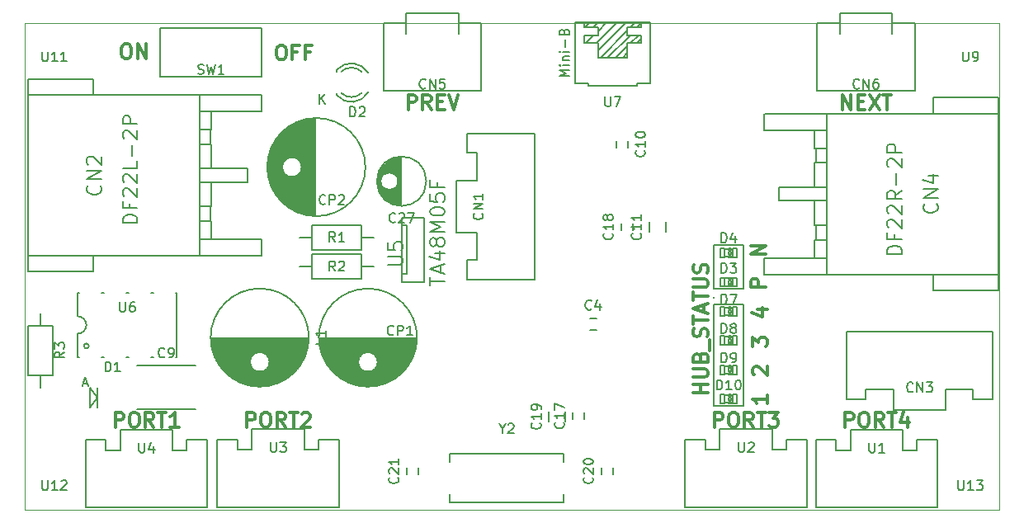
<source format=gto>
G04 #@! TF.FileFunction,Legend,Top*
%FSLAX46Y46*%
G04 Gerber Fmt 4.6, Leading zero omitted, Abs format (unit mm)*
G04 Created by KiCad (PCBNEW (2015-07-11 BZR 5925, Git c291b88)-product) date 2015/07/28 4:08:13*
%MOMM*%
G01*
G04 APERTURE LIST*
%ADD10C,0.100000*%
%ADD11C,0.300000*%
%ADD12C,0.200000*%
%ADD13C,0.150000*%
G04 APERTURE END LIST*
D10*
D11*
X91271428Y-59778571D02*
X91557142Y-59778571D01*
X91700000Y-59850000D01*
X91842857Y-59992857D01*
X91914285Y-60278571D01*
X91914285Y-60778571D01*
X91842857Y-61064286D01*
X91700000Y-61207143D01*
X91557142Y-61278571D01*
X91271428Y-61278571D01*
X91128571Y-61207143D01*
X90985714Y-61064286D01*
X90914285Y-60778571D01*
X90914285Y-60278571D01*
X90985714Y-59992857D01*
X91128571Y-59850000D01*
X91271428Y-59778571D01*
X92557143Y-61278571D02*
X92557143Y-59778571D01*
X93414286Y-61278571D01*
X93414286Y-59778571D01*
X107171429Y-59878571D02*
X107457143Y-59878571D01*
X107600001Y-59950000D01*
X107742858Y-60092857D01*
X107814286Y-60378571D01*
X107814286Y-60878571D01*
X107742858Y-61164286D01*
X107600001Y-61307143D01*
X107457143Y-61378571D01*
X107171429Y-61378571D01*
X107028572Y-61307143D01*
X106885715Y-61164286D01*
X106814286Y-60878571D01*
X106814286Y-60378571D01*
X106885715Y-60092857D01*
X107028572Y-59950000D01*
X107171429Y-59878571D01*
X108957144Y-60592857D02*
X108457144Y-60592857D01*
X108457144Y-61378571D02*
X108457144Y-59878571D01*
X109171430Y-59878571D01*
X110242858Y-60592857D02*
X109742858Y-60592857D01*
X109742858Y-61378571D02*
X109742858Y-59878571D01*
X110457144Y-59878571D01*
X164907143Y-66478571D02*
X164907143Y-64978571D01*
X165764286Y-66478571D01*
X165764286Y-64978571D01*
X166478572Y-65692857D02*
X166978572Y-65692857D01*
X167192858Y-66478571D02*
X166478572Y-66478571D01*
X166478572Y-64978571D01*
X167192858Y-64978571D01*
X167692858Y-64978571D02*
X168692858Y-66478571D01*
X168692858Y-64978571D02*
X167692858Y-66478571D01*
X169050000Y-64978571D02*
X169907143Y-64978571D01*
X169478572Y-66478571D02*
X169478572Y-64978571D01*
X120335715Y-66478571D02*
X120335715Y-64978571D01*
X120907143Y-64978571D01*
X121050001Y-65050000D01*
X121121429Y-65121429D01*
X121192858Y-65264286D01*
X121192858Y-65478571D01*
X121121429Y-65621429D01*
X121050001Y-65692857D01*
X120907143Y-65764286D01*
X120335715Y-65764286D01*
X122692858Y-66478571D02*
X122192858Y-65764286D01*
X121835715Y-66478571D02*
X121835715Y-64978571D01*
X122407143Y-64978571D01*
X122550001Y-65050000D01*
X122621429Y-65121429D01*
X122692858Y-65264286D01*
X122692858Y-65478571D01*
X122621429Y-65621429D01*
X122550001Y-65692857D01*
X122407143Y-65764286D01*
X121835715Y-65764286D01*
X123335715Y-65692857D02*
X123835715Y-65692857D01*
X124050001Y-66478571D02*
X123335715Y-66478571D01*
X123335715Y-64978571D01*
X124050001Y-64978571D01*
X124478572Y-64978571D02*
X124978572Y-66478571D01*
X125478572Y-64978571D01*
X156978571Y-84692857D02*
X155478571Y-84692857D01*
X155478571Y-84121429D01*
X155550000Y-83978571D01*
X155621429Y-83907143D01*
X155764286Y-83835714D01*
X155978571Y-83835714D01*
X156121429Y-83907143D01*
X156192857Y-83978571D01*
X156264286Y-84121429D01*
X156264286Y-84692857D01*
X156978571Y-81328571D02*
X155478571Y-81328571D01*
X156978571Y-80471428D01*
X155478571Y-80471428D01*
X156178571Y-87014285D02*
X157178571Y-87014285D01*
X155607143Y-87371428D02*
X156678571Y-87728571D01*
X156678571Y-86799999D01*
X155678571Y-90799999D02*
X155678571Y-89871428D01*
X156250000Y-90371428D01*
X156250000Y-90157142D01*
X156321429Y-90014285D01*
X156392857Y-89942856D01*
X156535714Y-89871428D01*
X156892857Y-89871428D01*
X157035714Y-89942856D01*
X157107143Y-90014285D01*
X157178571Y-90157142D01*
X157178571Y-90585714D01*
X157107143Y-90728571D01*
X157035714Y-90799999D01*
X155821429Y-93728571D02*
X155750000Y-93657142D01*
X155678571Y-93514285D01*
X155678571Y-93157142D01*
X155750000Y-93014285D01*
X155821429Y-92942856D01*
X155964286Y-92871428D01*
X156107143Y-92871428D01*
X156321429Y-92942856D01*
X157178571Y-93799999D01*
X157178571Y-92871428D01*
X157178571Y-95771428D02*
X157178571Y-96628571D01*
X157178571Y-96199999D02*
X155678571Y-96199999D01*
X155892857Y-96342856D01*
X156035714Y-96485714D01*
X156107143Y-96628571D01*
D12*
X151700000Y-86500000D02*
X151700000Y-96900000D01*
X154700000Y-86500000D02*
X151700000Y-86500000D01*
X154700000Y-96900000D02*
X154700000Y-86500000D01*
X151700000Y-96900000D02*
X154700000Y-96900000D01*
D11*
X151078571Y-95535714D02*
X149578571Y-95535714D01*
X150292857Y-95535714D02*
X150292857Y-94678571D01*
X151078571Y-94678571D02*
X149578571Y-94678571D01*
X149578571Y-93964285D02*
X150792857Y-93964285D01*
X150935714Y-93892857D01*
X151007143Y-93821428D01*
X151078571Y-93678571D01*
X151078571Y-93392857D01*
X151007143Y-93249999D01*
X150935714Y-93178571D01*
X150792857Y-93107142D01*
X149578571Y-93107142D01*
X150292857Y-91892856D02*
X150364286Y-91678570D01*
X150435714Y-91607142D01*
X150578571Y-91535713D01*
X150792857Y-91535713D01*
X150935714Y-91607142D01*
X151007143Y-91678570D01*
X151078571Y-91821428D01*
X151078571Y-92392856D01*
X149578571Y-92392856D01*
X149578571Y-91892856D01*
X149650000Y-91749999D01*
X149721429Y-91678570D01*
X149864286Y-91607142D01*
X150007143Y-91607142D01*
X150150000Y-91678570D01*
X150221429Y-91749999D01*
X150292857Y-91892856D01*
X150292857Y-92392856D01*
X151221429Y-91249999D02*
X151221429Y-90107142D01*
X151007143Y-89821428D02*
X151078571Y-89607142D01*
X151078571Y-89249999D01*
X151007143Y-89107142D01*
X150935714Y-89035713D01*
X150792857Y-88964285D01*
X150650000Y-88964285D01*
X150507143Y-89035713D01*
X150435714Y-89107142D01*
X150364286Y-89249999D01*
X150292857Y-89535713D01*
X150221429Y-89678571D01*
X150150000Y-89749999D01*
X150007143Y-89821428D01*
X149864286Y-89821428D01*
X149721429Y-89749999D01*
X149650000Y-89678571D01*
X149578571Y-89535713D01*
X149578571Y-89178571D01*
X149650000Y-88964285D01*
X149578571Y-88535714D02*
X149578571Y-87678571D01*
X151078571Y-88107142D02*
X149578571Y-88107142D01*
X150650000Y-87250000D02*
X150650000Y-86535714D01*
X151078571Y-87392857D02*
X149578571Y-86892857D01*
X151078571Y-86392857D01*
X149578571Y-86107143D02*
X149578571Y-85250000D01*
X151078571Y-85678571D02*
X149578571Y-85678571D01*
X149578571Y-84750000D02*
X150792857Y-84750000D01*
X150935714Y-84678572D01*
X151007143Y-84607143D01*
X151078571Y-84464286D01*
X151078571Y-84178572D01*
X151007143Y-84035714D01*
X150935714Y-83964286D01*
X150792857Y-83892857D01*
X149578571Y-83892857D01*
X151007143Y-83250000D02*
X151078571Y-83035714D01*
X151078571Y-82678571D01*
X151007143Y-82535714D01*
X150935714Y-82464285D01*
X150792857Y-82392857D01*
X150650000Y-82392857D01*
X150507143Y-82464285D01*
X150435714Y-82535714D01*
X150364286Y-82678571D01*
X150292857Y-82964285D01*
X150221429Y-83107143D01*
X150150000Y-83178571D01*
X150007143Y-83250000D01*
X149864286Y-83250000D01*
X149721429Y-83178571D01*
X149650000Y-83107143D01*
X149578571Y-82964285D01*
X149578571Y-82607143D01*
X149650000Y-82392857D01*
X165185715Y-99078571D02*
X165185715Y-97578571D01*
X165757143Y-97578571D01*
X165900001Y-97650000D01*
X165971429Y-97721429D01*
X166042858Y-97864286D01*
X166042858Y-98078571D01*
X165971429Y-98221429D01*
X165900001Y-98292857D01*
X165757143Y-98364286D01*
X165185715Y-98364286D01*
X166971429Y-97578571D02*
X167257143Y-97578571D01*
X167400001Y-97650000D01*
X167542858Y-97792857D01*
X167614286Y-98078571D01*
X167614286Y-98578571D01*
X167542858Y-98864286D01*
X167400001Y-99007143D01*
X167257143Y-99078571D01*
X166971429Y-99078571D01*
X166828572Y-99007143D01*
X166685715Y-98864286D01*
X166614286Y-98578571D01*
X166614286Y-98078571D01*
X166685715Y-97792857D01*
X166828572Y-97650000D01*
X166971429Y-97578571D01*
X169114287Y-99078571D02*
X168614287Y-98364286D01*
X168257144Y-99078571D02*
X168257144Y-97578571D01*
X168828572Y-97578571D01*
X168971430Y-97650000D01*
X169042858Y-97721429D01*
X169114287Y-97864286D01*
X169114287Y-98078571D01*
X169042858Y-98221429D01*
X168971430Y-98292857D01*
X168828572Y-98364286D01*
X168257144Y-98364286D01*
X169542858Y-97578571D02*
X170400001Y-97578571D01*
X169971430Y-99078571D02*
X169971430Y-97578571D01*
X171542858Y-98078571D02*
X171542858Y-99078571D01*
X171185715Y-97507143D02*
X170828572Y-98578571D01*
X171757144Y-98578571D01*
X151785715Y-99078571D02*
X151785715Y-97578571D01*
X152357143Y-97578571D01*
X152500001Y-97650000D01*
X152571429Y-97721429D01*
X152642858Y-97864286D01*
X152642858Y-98078571D01*
X152571429Y-98221429D01*
X152500001Y-98292857D01*
X152357143Y-98364286D01*
X151785715Y-98364286D01*
X153571429Y-97578571D02*
X153857143Y-97578571D01*
X154000001Y-97650000D01*
X154142858Y-97792857D01*
X154214286Y-98078571D01*
X154214286Y-98578571D01*
X154142858Y-98864286D01*
X154000001Y-99007143D01*
X153857143Y-99078571D01*
X153571429Y-99078571D01*
X153428572Y-99007143D01*
X153285715Y-98864286D01*
X153214286Y-98578571D01*
X153214286Y-98078571D01*
X153285715Y-97792857D01*
X153428572Y-97650000D01*
X153571429Y-97578571D01*
X155714287Y-99078571D02*
X155214287Y-98364286D01*
X154857144Y-99078571D02*
X154857144Y-97578571D01*
X155428572Y-97578571D01*
X155571430Y-97650000D01*
X155642858Y-97721429D01*
X155714287Y-97864286D01*
X155714287Y-98078571D01*
X155642858Y-98221429D01*
X155571430Y-98292857D01*
X155428572Y-98364286D01*
X154857144Y-98364286D01*
X156142858Y-97578571D02*
X157000001Y-97578571D01*
X156571430Y-99078571D02*
X156571430Y-97578571D01*
X157357144Y-97578571D02*
X158285715Y-97578571D01*
X157785715Y-98150000D01*
X158000001Y-98150000D01*
X158142858Y-98221429D01*
X158214287Y-98292857D01*
X158285715Y-98435714D01*
X158285715Y-98792857D01*
X158214287Y-98935714D01*
X158142858Y-99007143D01*
X158000001Y-99078571D01*
X157571429Y-99078571D01*
X157428572Y-99007143D01*
X157357144Y-98935714D01*
X103785715Y-99078571D02*
X103785715Y-97578571D01*
X104357143Y-97578571D01*
X104500001Y-97650000D01*
X104571429Y-97721429D01*
X104642858Y-97864286D01*
X104642858Y-98078571D01*
X104571429Y-98221429D01*
X104500001Y-98292857D01*
X104357143Y-98364286D01*
X103785715Y-98364286D01*
X105571429Y-97578571D02*
X105857143Y-97578571D01*
X106000001Y-97650000D01*
X106142858Y-97792857D01*
X106214286Y-98078571D01*
X106214286Y-98578571D01*
X106142858Y-98864286D01*
X106000001Y-99007143D01*
X105857143Y-99078571D01*
X105571429Y-99078571D01*
X105428572Y-99007143D01*
X105285715Y-98864286D01*
X105214286Y-98578571D01*
X105214286Y-98078571D01*
X105285715Y-97792857D01*
X105428572Y-97650000D01*
X105571429Y-97578571D01*
X107714287Y-99078571D02*
X107214287Y-98364286D01*
X106857144Y-99078571D02*
X106857144Y-97578571D01*
X107428572Y-97578571D01*
X107571430Y-97650000D01*
X107642858Y-97721429D01*
X107714287Y-97864286D01*
X107714287Y-98078571D01*
X107642858Y-98221429D01*
X107571430Y-98292857D01*
X107428572Y-98364286D01*
X106857144Y-98364286D01*
X108142858Y-97578571D02*
X109000001Y-97578571D01*
X108571430Y-99078571D02*
X108571430Y-97578571D01*
X109428572Y-97721429D02*
X109500001Y-97650000D01*
X109642858Y-97578571D01*
X110000001Y-97578571D01*
X110142858Y-97650000D01*
X110214287Y-97721429D01*
X110285715Y-97864286D01*
X110285715Y-98007143D01*
X110214287Y-98221429D01*
X109357144Y-99078571D01*
X110285715Y-99078571D01*
X90285715Y-99078571D02*
X90285715Y-97578571D01*
X90857143Y-97578571D01*
X91000001Y-97650000D01*
X91071429Y-97721429D01*
X91142858Y-97864286D01*
X91142858Y-98078571D01*
X91071429Y-98221429D01*
X91000001Y-98292857D01*
X90857143Y-98364286D01*
X90285715Y-98364286D01*
X92071429Y-97578571D02*
X92357143Y-97578571D01*
X92500001Y-97650000D01*
X92642858Y-97792857D01*
X92714286Y-98078571D01*
X92714286Y-98578571D01*
X92642858Y-98864286D01*
X92500001Y-99007143D01*
X92357143Y-99078571D01*
X92071429Y-99078571D01*
X91928572Y-99007143D01*
X91785715Y-98864286D01*
X91714286Y-98578571D01*
X91714286Y-98078571D01*
X91785715Y-97792857D01*
X91928572Y-97650000D01*
X92071429Y-97578571D01*
X94214287Y-99078571D02*
X93714287Y-98364286D01*
X93357144Y-99078571D02*
X93357144Y-97578571D01*
X93928572Y-97578571D01*
X94071430Y-97650000D01*
X94142858Y-97721429D01*
X94214287Y-97864286D01*
X94214287Y-98078571D01*
X94142858Y-98221429D01*
X94071430Y-98292857D01*
X93928572Y-98364286D01*
X93357144Y-98364286D01*
X94642858Y-97578571D02*
X95500001Y-97578571D01*
X95071430Y-99078571D02*
X95071430Y-97578571D01*
X96785715Y-99078571D02*
X95928572Y-99078571D01*
X96357144Y-99078571D02*
X96357144Y-97578571D01*
X96214287Y-97792857D01*
X96071429Y-97935714D01*
X95928572Y-98007143D01*
D12*
X151700000Y-81300000D02*
X151700000Y-81400000D01*
X154700000Y-80400000D02*
X151700000Y-80400000D01*
X154700000Y-84900000D02*
X154700000Y-80400000D01*
X151700000Y-84900000D02*
X154700000Y-84900000D01*
X151700000Y-85700000D02*
X151700000Y-85800000D01*
X151700000Y-80500000D02*
X151700000Y-84800000D01*
X151700000Y-97700000D02*
X151700000Y-97800000D01*
D10*
X181000000Y-57600000D02*
X81000000Y-57600000D01*
X181000000Y-107600000D02*
X181000000Y-57600000D01*
X81000000Y-107600000D02*
X181000000Y-107600000D01*
X81000000Y-57600000D02*
X81000000Y-107600000D01*
D13*
X138950000Y-87900000D02*
X139650000Y-87900000D01*
X139650000Y-89100000D02*
X138950000Y-89100000D01*
X92500000Y-92750000D02*
X98500000Y-92750000D01*
X98500000Y-97250000D02*
X92500000Y-97250000D01*
X142900000Y-69700000D02*
X142900000Y-70400000D01*
X141700000Y-70400000D02*
X141700000Y-69700000D01*
X145050000Y-78050000D02*
X145050000Y-79050000D01*
X146750000Y-79050000D02*
X146750000Y-78050000D01*
X137200000Y-98300000D02*
X137200000Y-97600000D01*
X138400000Y-97600000D02*
X138400000Y-98300000D01*
X142200000Y-78900000D02*
X142200000Y-78200000D01*
X143400000Y-78200000D02*
X143400000Y-78900000D01*
X134750000Y-97500000D02*
X134750000Y-98500000D01*
X136450000Y-98500000D02*
X136450000Y-97500000D01*
X140150000Y-103950000D02*
X140150000Y-103250000D01*
X141350000Y-103250000D02*
X141350000Y-103950000D01*
X120200000Y-103950000D02*
X120200000Y-103250000D01*
X121400000Y-103250000D02*
X121400000Y-103950000D01*
X100150000Y-72540000D02*
X98900000Y-72540000D01*
X100160000Y-73940000D02*
X98900000Y-73940000D01*
X100150000Y-72540000D02*
X100150000Y-70030000D01*
X100160000Y-73940000D02*
X100160000Y-76450000D01*
X100160000Y-73940000D02*
X103870000Y-73940000D01*
X103870000Y-73940000D02*
X103870000Y-72540000D01*
X103870000Y-72540000D02*
X100150000Y-72540000D01*
X88000000Y-83140000D02*
X81300000Y-83140000D01*
X88000000Y-63340000D02*
X81300000Y-63340000D01*
X88000000Y-64990000D02*
X88000000Y-63340000D01*
X105310000Y-64990000D02*
X105310000Y-66690000D01*
X105310000Y-79790000D02*
X105310000Y-81490000D01*
X88000000Y-81490000D02*
X88000000Y-83140000D01*
X100160000Y-68530000D02*
X100160000Y-66690000D01*
X100000000Y-66690000D02*
X105310000Y-66690000D01*
X100000000Y-66690000D02*
X98900000Y-66690000D01*
X98900000Y-73240000D02*
X98900000Y-64990000D01*
X84800000Y-64990000D02*
X105310000Y-64990000D01*
X84800000Y-64990000D02*
X81300000Y-64990000D01*
X100000000Y-68530000D02*
X100150000Y-68530000D01*
X100000000Y-76450000D02*
X100150000Y-76450000D01*
X100150000Y-70030000D02*
X100000000Y-70030000D01*
X100000000Y-77950000D02*
X100150000Y-77950000D01*
X100150000Y-77950000D02*
X100150000Y-79790000D01*
X100000000Y-68530000D02*
X100000000Y-70030000D01*
X100000000Y-76450000D02*
X100000000Y-77950000D01*
X98900000Y-73240000D02*
X98900000Y-81490000D01*
X98900000Y-79790000D02*
X105310000Y-79790000D01*
X100000000Y-81490000D02*
X105300000Y-81490000D01*
X100000000Y-81490000D02*
X81300000Y-81490000D01*
X100000000Y-68530000D02*
X98900000Y-68530000D01*
X100000000Y-70030000D02*
X98900000Y-70030000D01*
X100000000Y-76450000D02*
X98900000Y-76450000D01*
X100000000Y-77950000D02*
X98900000Y-77950000D01*
X81300000Y-83140000D02*
X81300000Y-63340000D01*
X115540000Y-80870000D02*
X110460000Y-80870000D01*
X110460000Y-80870000D02*
X110460000Y-78330000D01*
X110460000Y-78330000D02*
X115540000Y-78330000D01*
X115540000Y-78330000D02*
X115540000Y-80870000D01*
X115540000Y-79600000D02*
X116810000Y-79600000D01*
X110460000Y-79600000D02*
X109190000Y-79600000D01*
X115540000Y-83870000D02*
X110460000Y-83870000D01*
X110460000Y-83870000D02*
X110460000Y-81330000D01*
X110460000Y-81330000D02*
X115540000Y-81330000D01*
X115540000Y-81330000D02*
X115540000Y-83870000D01*
X115540000Y-82600000D02*
X116810000Y-82600000D01*
X110460000Y-82600000D02*
X109190000Y-82600000D01*
X83870000Y-88660000D02*
X83870000Y-93740000D01*
X83870000Y-93740000D02*
X81330000Y-93740000D01*
X81330000Y-93740000D02*
X81330000Y-88660000D01*
X81330000Y-88660000D02*
X83870000Y-88660000D01*
X82600000Y-88660000D02*
X82600000Y-87390000D01*
X82600000Y-93740000D02*
X82600000Y-95010000D01*
X86420000Y-89489000D02*
X86420000Y-91902000D01*
X86420000Y-87711000D02*
X86420000Y-85298000D01*
X86420000Y-89489000D02*
G75*
G03X87309000Y-88600000I0J889000D01*
G01*
X87309000Y-88600000D02*
G75*
G03X86420000Y-87711000I-889000J0D01*
G01*
X87563000Y-90759000D02*
G75*
G03X87563000Y-90759000I-254000J0D01*
G01*
X96580000Y-91902000D02*
X96453000Y-91902000D01*
X93913000Y-91902000D02*
X94167000Y-91902000D01*
X91373000Y-91902000D02*
X91627000Y-91902000D01*
X88833000Y-91902000D02*
X89087000Y-91902000D01*
X86420000Y-91902000D02*
X86547000Y-91902000D01*
X86420000Y-85298000D02*
X86547000Y-85298000D01*
X96580000Y-85298000D02*
X96453000Y-85298000D01*
X93913000Y-85298000D02*
X94167000Y-85298000D01*
X91373000Y-85298000D02*
X91627000Y-85298000D01*
X88833000Y-85298000D02*
X89087000Y-85298000D01*
X96580000Y-91902000D02*
X96580000Y-85298000D01*
X124600380Y-106849360D02*
X136299620Y-106849360D01*
X136299620Y-101850640D02*
X124600380Y-101850640D01*
X136299620Y-106849360D02*
X136299620Y-106001000D01*
X136299620Y-101850640D02*
X136299620Y-102699000D01*
X124600380Y-106849360D02*
X124600380Y-106001000D01*
X124600380Y-101850640D02*
X124600380Y-102699000D01*
X127400000Y-73750000D02*
X127400000Y-70950000D01*
X127400000Y-81950000D02*
X127400000Y-79150000D01*
X127400000Y-83950000D02*
X126350000Y-83950000D01*
X126350000Y-83950000D02*
X126350000Y-81950000D01*
X126350000Y-81950000D02*
X127400000Y-81950000D01*
X127400000Y-68950000D02*
X126350000Y-68950000D01*
X126350000Y-68950000D02*
X126350000Y-70950000D01*
X126350000Y-70950000D02*
X127400000Y-70950000D01*
X125300000Y-76450000D02*
X125300000Y-79150000D01*
X125300000Y-79150000D02*
X127400000Y-79150000D01*
X125300000Y-76450000D02*
X125300000Y-73750000D01*
X125300000Y-73750000D02*
X127400000Y-73750000D01*
X133300000Y-68950000D02*
X127400000Y-68950000D01*
X127400000Y-83950000D02*
X133300000Y-83950000D01*
X133300000Y-83950000D02*
X133300000Y-76450000D01*
X133300000Y-76450000D02*
X133300000Y-68950000D01*
X170100000Y-95200000D02*
X167300000Y-95200000D01*
X178300000Y-95200000D02*
X175500000Y-95200000D01*
X180300000Y-95200000D02*
X180300000Y-96250000D01*
X180300000Y-96250000D02*
X178300000Y-96250000D01*
X178300000Y-96250000D02*
X178300000Y-95200000D01*
X165300000Y-95200000D02*
X165300000Y-96250000D01*
X165300000Y-96250000D02*
X167300000Y-96250000D01*
X167300000Y-96250000D02*
X167300000Y-95200000D01*
X172800000Y-97300000D02*
X175500000Y-97300000D01*
X175500000Y-97300000D02*
X175500000Y-95200000D01*
X172800000Y-97300000D02*
X170100000Y-97300000D01*
X170100000Y-97300000D02*
X170100000Y-95200000D01*
X165300000Y-89300000D02*
X165300000Y-95200000D01*
X180300000Y-95200000D02*
X180300000Y-89300000D01*
X180300000Y-89300000D02*
X172800000Y-89300000D01*
X172800000Y-89300000D02*
X165300000Y-89300000D01*
X120000000Y-83400000D02*
X120200000Y-83400000D01*
X120200000Y-83400000D02*
X120200000Y-78400000D01*
X120200000Y-78400000D02*
X120000000Y-78400000D01*
X120000000Y-78400000D02*
X119700000Y-78400000D01*
X120000000Y-83400000D02*
X119700000Y-83400000D01*
X120900000Y-84200000D02*
X119700000Y-84200000D01*
X119700000Y-84200000D02*
X119700000Y-77600000D01*
X119700000Y-77600000D02*
X122000000Y-77600000D01*
X122000000Y-77600000D02*
X122000000Y-84200000D01*
X122000000Y-84200000D02*
X120900000Y-84200000D01*
X119575000Y-76349000D02*
X119575000Y-71351000D01*
X119435000Y-76341000D02*
X119435000Y-71359000D01*
X119295000Y-76325000D02*
X119295000Y-73945000D01*
X119295000Y-73755000D02*
X119295000Y-71375000D01*
X119155000Y-76301000D02*
X119155000Y-74340000D01*
X119155000Y-73360000D02*
X119155000Y-71399000D01*
X119015000Y-76268000D02*
X119015000Y-74507000D01*
X119015000Y-73193000D02*
X119015000Y-71432000D01*
X118875000Y-76227000D02*
X118875000Y-74614000D01*
X118875000Y-73086000D02*
X118875000Y-71473000D01*
X118735000Y-76177000D02*
X118735000Y-74685000D01*
X118735000Y-73015000D02*
X118735000Y-71523000D01*
X118595000Y-76116000D02*
X118595000Y-74729000D01*
X118595000Y-72971000D02*
X118595000Y-71584000D01*
X118455000Y-76046000D02*
X118455000Y-74748000D01*
X118455000Y-72952000D02*
X118455000Y-71654000D01*
X118315000Y-75964000D02*
X118315000Y-74746000D01*
X118315000Y-72954000D02*
X118315000Y-71736000D01*
X118175000Y-75869000D02*
X118175000Y-74721000D01*
X118175000Y-72979000D02*
X118175000Y-71831000D01*
X118035000Y-75758000D02*
X118035000Y-74673000D01*
X118035000Y-73027000D02*
X118035000Y-71942000D01*
X117895000Y-75630000D02*
X117895000Y-74595000D01*
X117895000Y-73105000D02*
X117895000Y-72070000D01*
X117755000Y-75481000D02*
X117755000Y-74478000D01*
X117755000Y-73222000D02*
X117755000Y-72219000D01*
X117615000Y-75302000D02*
X117615000Y-74290000D01*
X117615000Y-73410000D02*
X117615000Y-72398000D01*
X117475000Y-75083000D02*
X117475000Y-72617000D01*
X117335000Y-74794000D02*
X117335000Y-72906000D01*
X117195000Y-74322000D02*
X117195000Y-73378000D01*
X119300000Y-73850000D02*
G75*
G03X119300000Y-73850000I-900000J0D01*
G01*
X122187500Y-73850000D02*
G75*
G03X122187500Y-73850000I-2537500J0D01*
G01*
X121199000Y-89975000D02*
X111201000Y-89975000D01*
X121195000Y-90115000D02*
X111205000Y-90115000D01*
X121187000Y-90255000D02*
X111213000Y-90255000D01*
X121175000Y-90395000D02*
X111225000Y-90395000D01*
X121160000Y-90535000D02*
X111240000Y-90535000D01*
X121140000Y-90675000D02*
X111260000Y-90675000D01*
X121116000Y-90815000D02*
X111284000Y-90815000D01*
X121087000Y-90955000D02*
X111313000Y-90955000D01*
X121055000Y-91095000D02*
X111345000Y-91095000D01*
X121018000Y-91235000D02*
X111382000Y-91235000D01*
X120977000Y-91375000D02*
X111423000Y-91375000D01*
X120932000Y-91515000D02*
X116666000Y-91515000D01*
X115734000Y-91515000D02*
X111468000Y-91515000D01*
X120882000Y-91655000D02*
X116867000Y-91655000D01*
X115533000Y-91655000D02*
X111518000Y-91655000D01*
X120827000Y-91795000D02*
X116996000Y-91795000D01*
X115404000Y-91795000D02*
X111573000Y-91795000D01*
X120767000Y-91935000D02*
X117085000Y-91935000D01*
X115315000Y-91935000D02*
X111633000Y-91935000D01*
X120702000Y-92075000D02*
X117146000Y-92075000D01*
X115254000Y-92075000D02*
X111698000Y-92075000D01*
X120632000Y-92215000D02*
X117183000Y-92215000D01*
X115217000Y-92215000D02*
X111768000Y-92215000D01*
X120556000Y-92355000D02*
X117199000Y-92355000D01*
X115201000Y-92355000D02*
X111844000Y-92355000D01*
X120474000Y-92495000D02*
X117195000Y-92495000D01*
X115205000Y-92495000D02*
X111926000Y-92495000D01*
X120386000Y-92635000D02*
X117172000Y-92635000D01*
X115228000Y-92635000D02*
X112014000Y-92635000D01*
X120291000Y-92775000D02*
X117127000Y-92775000D01*
X115273000Y-92775000D02*
X112109000Y-92775000D01*
X120189000Y-92915000D02*
X117057000Y-92915000D01*
X115343000Y-92915000D02*
X112211000Y-92915000D01*
X120079000Y-93055000D02*
X116956000Y-93055000D01*
X115444000Y-93055000D02*
X112321000Y-93055000D01*
X119961000Y-93195000D02*
X116807000Y-93195000D01*
X115593000Y-93195000D02*
X112439000Y-93195000D01*
X119833000Y-93335000D02*
X116555000Y-93335000D01*
X115845000Y-93335000D02*
X112567000Y-93335000D01*
X119696000Y-93475000D02*
X112704000Y-93475000D01*
X119546000Y-93615000D02*
X112854000Y-93615000D01*
X119384000Y-93755000D02*
X113016000Y-93755000D01*
X119207000Y-93895000D02*
X113193000Y-93895000D01*
X119011000Y-94035000D02*
X113389000Y-94035000D01*
X118793000Y-94175000D02*
X113607000Y-94175000D01*
X118547000Y-94315000D02*
X113853000Y-94315000D01*
X118262000Y-94455000D02*
X114138000Y-94455000D01*
X117920000Y-94595000D02*
X114480000Y-94595000D01*
X117474000Y-94735000D02*
X114926000Y-94735000D01*
X116699000Y-94875000D02*
X115701000Y-94875000D01*
X117200000Y-92400000D02*
G75*
G03X117200000Y-92400000I-1000000J0D01*
G01*
X121237500Y-89900000D02*
G75*
G03X121237500Y-89900000I-5037500J0D01*
G01*
X110825000Y-77399000D02*
X110825000Y-67401000D01*
X110685000Y-77395000D02*
X110685000Y-67405000D01*
X110545000Y-77387000D02*
X110545000Y-67413000D01*
X110405000Y-77375000D02*
X110405000Y-67425000D01*
X110265000Y-77360000D02*
X110265000Y-67440000D01*
X110125000Y-77340000D02*
X110125000Y-67460000D01*
X109985000Y-77316000D02*
X109985000Y-67484000D01*
X109845000Y-77287000D02*
X109845000Y-67513000D01*
X109705000Y-77255000D02*
X109705000Y-67545000D01*
X109565000Y-77218000D02*
X109565000Y-67582000D01*
X109425000Y-77177000D02*
X109425000Y-67623000D01*
X109285000Y-77132000D02*
X109285000Y-72866000D01*
X109285000Y-71934000D02*
X109285000Y-67668000D01*
X109145000Y-77082000D02*
X109145000Y-73067000D01*
X109145000Y-71733000D02*
X109145000Y-67718000D01*
X109005000Y-77027000D02*
X109005000Y-73196000D01*
X109005000Y-71604000D02*
X109005000Y-67773000D01*
X108865000Y-76967000D02*
X108865000Y-73285000D01*
X108865000Y-71515000D02*
X108865000Y-67833000D01*
X108725000Y-76902000D02*
X108725000Y-73346000D01*
X108725000Y-71454000D02*
X108725000Y-67898000D01*
X108585000Y-76832000D02*
X108585000Y-73383000D01*
X108585000Y-71417000D02*
X108585000Y-67968000D01*
X108445000Y-76756000D02*
X108445000Y-73399000D01*
X108445000Y-71401000D02*
X108445000Y-68044000D01*
X108305000Y-76674000D02*
X108305000Y-73395000D01*
X108305000Y-71405000D02*
X108305000Y-68126000D01*
X108165000Y-76586000D02*
X108165000Y-73372000D01*
X108165000Y-71428000D02*
X108165000Y-68214000D01*
X108025000Y-76491000D02*
X108025000Y-73327000D01*
X108025000Y-71473000D02*
X108025000Y-68309000D01*
X107885000Y-76389000D02*
X107885000Y-73257000D01*
X107885000Y-71543000D02*
X107885000Y-68411000D01*
X107745000Y-76279000D02*
X107745000Y-73156000D01*
X107745000Y-71644000D02*
X107745000Y-68521000D01*
X107605000Y-76161000D02*
X107605000Y-73007000D01*
X107605000Y-71793000D02*
X107605000Y-68639000D01*
X107465000Y-76033000D02*
X107465000Y-72755000D01*
X107465000Y-72045000D02*
X107465000Y-68767000D01*
X107325000Y-75896000D02*
X107325000Y-68904000D01*
X107185000Y-75746000D02*
X107185000Y-69054000D01*
X107045000Y-75584000D02*
X107045000Y-69216000D01*
X106905000Y-75407000D02*
X106905000Y-69393000D01*
X106765000Y-75211000D02*
X106765000Y-69589000D01*
X106625000Y-74993000D02*
X106625000Y-69807000D01*
X106485000Y-74747000D02*
X106485000Y-70053000D01*
X106345000Y-74462000D02*
X106345000Y-70338000D01*
X106205000Y-74120000D02*
X106205000Y-70680000D01*
X106065000Y-73674000D02*
X106065000Y-71126000D01*
X105925000Y-72899000D02*
X105925000Y-71901000D01*
X109400000Y-72400000D02*
G75*
G03X109400000Y-72400000I-1000000J0D01*
G01*
X115937500Y-72400000D02*
G75*
G03X115937500Y-72400000I-5037500J0D01*
G01*
X162050000Y-75860000D02*
X163300000Y-75860000D01*
X162040000Y-74460000D02*
X163300000Y-74460000D01*
X162050000Y-75860000D02*
X162050000Y-78370000D01*
X162040000Y-74460000D02*
X162040000Y-71950000D01*
X162040000Y-74460000D02*
X158330000Y-74460000D01*
X158330000Y-74460000D02*
X158330000Y-75860000D01*
X158330000Y-75860000D02*
X162050000Y-75860000D01*
X174200000Y-65260000D02*
X180900000Y-65260000D01*
X174200000Y-85060000D02*
X180900000Y-85060000D01*
X174200000Y-83410000D02*
X174200000Y-85060000D01*
X156890000Y-83410000D02*
X156890000Y-81710000D01*
X156890000Y-68610000D02*
X156890000Y-66910000D01*
X174200000Y-66910000D02*
X174200000Y-65260000D01*
X162040000Y-79870000D02*
X162040000Y-81710000D01*
X162200000Y-81710000D02*
X156890000Y-81710000D01*
X162200000Y-81710000D02*
X163300000Y-81710000D01*
X163300000Y-75160000D02*
X163300000Y-83410000D01*
X177400000Y-83410000D02*
X156890000Y-83410000D01*
X177400000Y-83410000D02*
X180900000Y-83410000D01*
X162200000Y-79870000D02*
X162050000Y-79870000D01*
X162200000Y-71950000D02*
X162050000Y-71950000D01*
X162050000Y-78370000D02*
X162200000Y-78370000D01*
X162200000Y-70450000D02*
X162050000Y-70450000D01*
X162050000Y-70450000D02*
X162050000Y-68610000D01*
X162200000Y-79870000D02*
X162200000Y-78370000D01*
X162200000Y-71950000D02*
X162200000Y-70450000D01*
X163300000Y-75160000D02*
X163300000Y-66910000D01*
X163300000Y-68610000D02*
X156890000Y-68610000D01*
X162200000Y-66910000D02*
X156900000Y-66910000D01*
X162200000Y-66910000D02*
X180900000Y-66910000D01*
X162200000Y-79870000D02*
X163300000Y-79870000D01*
X162200000Y-78370000D02*
X163300000Y-78370000D01*
X162200000Y-71950000D02*
X163300000Y-71950000D01*
X162200000Y-70450000D02*
X163300000Y-70450000D01*
X180900000Y-65260000D02*
X180900000Y-85060000D01*
X88476000Y-96100000D02*
X87714000Y-95084000D01*
X88476000Y-96100000D02*
X87714000Y-97116000D01*
X88476000Y-97116000D02*
X88476000Y-95084000D01*
X87714000Y-97116000D02*
X87714000Y-95084000D01*
X145150000Y-63150000D02*
X145150000Y-59350000D01*
X137450000Y-63150000D02*
X137450000Y-59350000D01*
X137450000Y-59350000D02*
X137450000Y-57550000D01*
X137450000Y-63800000D02*
X137450000Y-63150000D01*
X145150000Y-63800000D02*
X145150000Y-63150000D01*
X145150000Y-59350000D02*
X145150000Y-57550000D01*
X138800000Y-63800000D02*
X137450000Y-63800000D01*
X145150000Y-63800000D02*
X143800000Y-63800000D01*
X143800000Y-63800000D02*
X143800000Y-64050000D01*
X143800000Y-64050000D02*
X138800000Y-64050000D01*
X138800000Y-64050000D02*
X138800000Y-63800000D01*
X145150000Y-57550000D02*
X137450000Y-57550000D01*
X138950000Y-57550000D02*
X138450000Y-58050000D01*
X139800000Y-57550000D02*
X139300000Y-58050000D01*
X139350000Y-58850000D02*
X138550000Y-59650000D01*
X140700000Y-57550000D02*
X139800000Y-58450000D01*
X141750000Y-57550000D02*
X139650000Y-59650000D01*
X144250000Y-57650000D02*
X143850000Y-58050000D01*
X143650000Y-57550000D02*
X143150000Y-58050000D01*
X142700000Y-57550000D02*
X139800000Y-60450000D01*
X142800000Y-58400000D02*
X140050000Y-61150000D01*
X142800000Y-60700000D02*
X142350000Y-61150000D01*
X142800000Y-60000000D02*
X141650000Y-61150000D01*
X143100000Y-58850000D02*
X140800000Y-61150000D01*
X144250000Y-59200000D02*
X143800000Y-59650000D01*
X143950000Y-58850000D02*
X143150000Y-59650000D01*
X139800000Y-59650000D02*
X138350000Y-59650000D01*
X139800000Y-61150000D02*
X142800000Y-61150000D01*
X139800000Y-59650000D02*
X139800000Y-61150000D01*
X144250000Y-59650000D02*
X142800000Y-59650000D01*
X142800000Y-59650000D02*
X142800000Y-61150000D01*
X144250000Y-58050000D02*
X144250000Y-57550000D01*
X138350000Y-58050000D02*
X138350000Y-57550000D01*
X144250000Y-58850000D02*
X144250000Y-59650000D01*
X138350000Y-59650000D02*
X138350000Y-58850000D01*
X139800000Y-58850000D02*
X138350000Y-58850000D01*
X142800000Y-58850000D02*
X144250000Y-58850000D01*
X139800000Y-58050000D02*
X139800000Y-58850000D01*
X139800000Y-58050000D02*
X138350000Y-58050000D01*
X142800000Y-58050000D02*
X142800000Y-58850000D01*
X142800000Y-58050000D02*
X144250000Y-58050000D01*
X142800000Y-58050000D02*
X144250000Y-58050000D01*
X141300000Y-57550000D02*
X142800000Y-57550000D01*
X127800000Y-58700000D02*
X127800000Y-57650000D01*
X127800000Y-57650000D02*
X125500000Y-57650000D01*
X117800000Y-57650000D02*
X120100000Y-57650000D01*
X117800000Y-58700000D02*
X117800000Y-57650000D01*
X120100000Y-58700000D02*
X120100000Y-56600000D01*
X120100000Y-56600000D02*
X125500000Y-56600000D01*
X125500000Y-56600000D02*
X125500000Y-58700000D01*
X127800000Y-64600000D02*
X127800000Y-58700000D01*
X117800000Y-58700000D02*
X117800000Y-64600000D01*
X117800000Y-64600000D02*
X127800000Y-64600000D01*
X172300000Y-58700000D02*
X172300000Y-57650000D01*
X172300000Y-57650000D02*
X170000000Y-57650000D01*
X162300000Y-57650000D02*
X164600000Y-57650000D01*
X162300000Y-58700000D02*
X162300000Y-57650000D01*
X164600000Y-58700000D02*
X164600000Y-56600000D01*
X164600000Y-56600000D02*
X170000000Y-56600000D01*
X170000000Y-56600000D02*
X170000000Y-58700000D01*
X172300000Y-64600000D02*
X172300000Y-58700000D01*
X162300000Y-58700000D02*
X162300000Y-64600000D01*
X162300000Y-64600000D02*
X172300000Y-64600000D01*
X171102000Y-101440000D02*
X172552000Y-101440000D01*
X164252000Y-101440000D02*
X165702000Y-101440000D01*
X162152000Y-101440000D02*
X162152000Y-100390000D01*
X162152000Y-100390000D02*
X164252000Y-100390000D01*
X164252000Y-100390000D02*
X164252000Y-101440000D01*
X174652000Y-101440000D02*
X174652000Y-100390000D01*
X174652000Y-100390000D02*
X172552000Y-100390000D01*
X172552000Y-100390000D02*
X172552000Y-101440000D01*
X168402000Y-99340000D02*
X165702000Y-99340000D01*
X165702000Y-99340000D02*
X165702000Y-101440000D01*
X168402000Y-99340000D02*
X171102000Y-99340000D01*
X171102000Y-99340000D02*
X171102000Y-101440000D01*
X162152000Y-107340000D02*
X162152000Y-101440000D01*
X174652000Y-101440000D02*
X174652000Y-107340000D01*
X168402000Y-107340000D02*
X162152000Y-107340000D01*
X168402000Y-107340000D02*
X174652000Y-107340000D01*
X157700000Y-101400000D02*
X159150000Y-101400000D01*
X150850000Y-101400000D02*
X152300000Y-101400000D01*
X148750000Y-101400000D02*
X148750000Y-100350000D01*
X148750000Y-100350000D02*
X150850000Y-100350000D01*
X150850000Y-100350000D02*
X150850000Y-101400000D01*
X161250000Y-101400000D02*
X161250000Y-100350000D01*
X161250000Y-100350000D02*
X159150000Y-100350000D01*
X159150000Y-100350000D02*
X159150000Y-101400000D01*
X155000000Y-99300000D02*
X152300000Y-99300000D01*
X152300000Y-99300000D02*
X152300000Y-101400000D01*
X155000000Y-99300000D02*
X157700000Y-99300000D01*
X157700000Y-99300000D02*
X157700000Y-101400000D01*
X148750000Y-107300000D02*
X148750000Y-101400000D01*
X161250000Y-101400000D02*
X161250000Y-107300000D01*
X155000000Y-107300000D02*
X148750000Y-107300000D01*
X155000000Y-107300000D02*
X161250000Y-107300000D01*
X109700000Y-101400000D02*
X111150000Y-101400000D01*
X102850000Y-101400000D02*
X104300000Y-101400000D01*
X100750000Y-101400000D02*
X100750000Y-100350000D01*
X100750000Y-100350000D02*
X102850000Y-100350000D01*
X102850000Y-100350000D02*
X102850000Y-101400000D01*
X113250000Y-101400000D02*
X113250000Y-100350000D01*
X113250000Y-100350000D02*
X111150000Y-100350000D01*
X111150000Y-100350000D02*
X111150000Y-101400000D01*
X107000000Y-99300000D02*
X104300000Y-99300000D01*
X104300000Y-99300000D02*
X104300000Y-101400000D01*
X107000000Y-99300000D02*
X109700000Y-99300000D01*
X109700000Y-99300000D02*
X109700000Y-101400000D01*
X100750000Y-107300000D02*
X100750000Y-101400000D01*
X113250000Y-101400000D02*
X113250000Y-107300000D01*
X107000000Y-107300000D02*
X100750000Y-107300000D01*
X107000000Y-107300000D02*
X113250000Y-107300000D01*
X96172000Y-101440000D02*
X97622000Y-101440000D01*
X89322000Y-101440000D02*
X90772000Y-101440000D01*
X87222000Y-101440000D02*
X87222000Y-100390000D01*
X87222000Y-100390000D02*
X89322000Y-100390000D01*
X89322000Y-100390000D02*
X89322000Y-101440000D01*
X99722000Y-101440000D02*
X99722000Y-100390000D01*
X99722000Y-100390000D02*
X97622000Y-100390000D01*
X97622000Y-100390000D02*
X97622000Y-101440000D01*
X93472000Y-99340000D02*
X90772000Y-99340000D01*
X90772000Y-99340000D02*
X90772000Y-101440000D01*
X93472000Y-99340000D02*
X96172000Y-99340000D01*
X96172000Y-99340000D02*
X96172000Y-101440000D01*
X87222000Y-107340000D02*
X87222000Y-101440000D01*
X99722000Y-101440000D02*
X99722000Y-107340000D01*
X93472000Y-107340000D02*
X87222000Y-107340000D01*
X93472000Y-107340000D02*
X99722000Y-107340000D01*
X113001000Y-65014000D02*
X113001000Y-64814000D01*
X113001000Y-62420000D02*
X113001000Y-62600000D01*
X116228744Y-62730357D02*
G75*
G03X113001000Y-62414000I-1727744J-1003643D01*
G01*
X115553006Y-62600932D02*
G75*
G03X113450000Y-62600000I-1052006J-1133068D01*
G01*
X113013780Y-65040726D02*
G75*
G03X116251000Y-64694000I1497220J1306726D01*
G01*
X113487111Y-64813253D02*
G75*
G03X115535000Y-64794000I1013889J1079253D01*
G01*
X110099000Y-89975000D02*
X100101000Y-89975000D01*
X110095000Y-90115000D02*
X100105000Y-90115000D01*
X110087000Y-90255000D02*
X100113000Y-90255000D01*
X110075000Y-90395000D02*
X100125000Y-90395000D01*
X110060000Y-90535000D02*
X100140000Y-90535000D01*
X110040000Y-90675000D02*
X100160000Y-90675000D01*
X110016000Y-90815000D02*
X100184000Y-90815000D01*
X109987000Y-90955000D02*
X100213000Y-90955000D01*
X109955000Y-91095000D02*
X100245000Y-91095000D01*
X109918000Y-91235000D02*
X100282000Y-91235000D01*
X109877000Y-91375000D02*
X100323000Y-91375000D01*
X109832000Y-91515000D02*
X105566000Y-91515000D01*
X104634000Y-91515000D02*
X100368000Y-91515000D01*
X109782000Y-91655000D02*
X105767000Y-91655000D01*
X104433000Y-91655000D02*
X100418000Y-91655000D01*
X109727000Y-91795000D02*
X105896000Y-91795000D01*
X104304000Y-91795000D02*
X100473000Y-91795000D01*
X109667000Y-91935000D02*
X105985000Y-91935000D01*
X104215000Y-91935000D02*
X100533000Y-91935000D01*
X109602000Y-92075000D02*
X106046000Y-92075000D01*
X104154000Y-92075000D02*
X100598000Y-92075000D01*
X109532000Y-92215000D02*
X106083000Y-92215000D01*
X104117000Y-92215000D02*
X100668000Y-92215000D01*
X109456000Y-92355000D02*
X106099000Y-92355000D01*
X104101000Y-92355000D02*
X100744000Y-92355000D01*
X109374000Y-92495000D02*
X106095000Y-92495000D01*
X104105000Y-92495000D02*
X100826000Y-92495000D01*
X109286000Y-92635000D02*
X106072000Y-92635000D01*
X104128000Y-92635000D02*
X100914000Y-92635000D01*
X109191000Y-92775000D02*
X106027000Y-92775000D01*
X104173000Y-92775000D02*
X101009000Y-92775000D01*
X109089000Y-92915000D02*
X105957000Y-92915000D01*
X104243000Y-92915000D02*
X101111000Y-92915000D01*
X108979000Y-93055000D02*
X105856000Y-93055000D01*
X104344000Y-93055000D02*
X101221000Y-93055000D01*
X108861000Y-93195000D02*
X105707000Y-93195000D01*
X104493000Y-93195000D02*
X101339000Y-93195000D01*
X108733000Y-93335000D02*
X105455000Y-93335000D01*
X104745000Y-93335000D02*
X101467000Y-93335000D01*
X108596000Y-93475000D02*
X101604000Y-93475000D01*
X108446000Y-93615000D02*
X101754000Y-93615000D01*
X108284000Y-93755000D02*
X101916000Y-93755000D01*
X108107000Y-93895000D02*
X102093000Y-93895000D01*
X107911000Y-94035000D02*
X102289000Y-94035000D01*
X107693000Y-94175000D02*
X102507000Y-94175000D01*
X107447000Y-94315000D02*
X102753000Y-94315000D01*
X107162000Y-94455000D02*
X103038000Y-94455000D01*
X106820000Y-94595000D02*
X103380000Y-94595000D01*
X106374000Y-94735000D02*
X103826000Y-94735000D01*
X105599000Y-94875000D02*
X104601000Y-94875000D01*
X106100000Y-92400000D02*
G75*
G03X106100000Y-92400000I-1000000J0D01*
G01*
X110137500Y-89900000D02*
G75*
G03X110137500Y-89900000I-5037500J0D01*
G01*
X94900000Y-63100000D02*
X105300000Y-63100000D01*
X105300000Y-63100000D02*
X105300000Y-58100000D01*
X105300000Y-58100000D02*
X94900000Y-58100000D01*
X94900000Y-58100000D02*
X94900000Y-63100000D01*
X153649580Y-87649580D02*
X153649580Y-86750420D01*
X153649580Y-86750420D02*
X154048360Y-86750420D01*
X154048360Y-87649580D02*
X154048360Y-86750420D01*
X153649580Y-87649580D02*
X154048360Y-87649580D01*
X152351640Y-87649580D02*
X152351640Y-86750420D01*
X152351640Y-86750420D02*
X152750420Y-86750420D01*
X152750420Y-87649580D02*
X152750420Y-86750420D01*
X152351640Y-87649580D02*
X152750420Y-87649580D01*
X153200000Y-87649580D02*
X153200000Y-87499720D01*
X153200000Y-87499720D02*
X153499720Y-87499720D01*
X153499720Y-87649580D02*
X153499720Y-87499720D01*
X153200000Y-87649580D02*
X153499720Y-87649580D01*
X153200000Y-86900280D02*
X153200000Y-86750420D01*
X153200000Y-86750420D02*
X153499720Y-86750420D01*
X153499720Y-86900280D02*
X153499720Y-86750420D01*
X153200000Y-86900280D02*
X153499720Y-86900280D01*
X153200000Y-87349860D02*
X153200000Y-87050140D01*
X153200000Y-87050140D02*
X153499720Y-87050140D01*
X153499720Y-87349860D02*
X153499720Y-87050140D01*
X153200000Y-87349860D02*
X153499720Y-87349860D01*
X153649580Y-87598780D02*
X152750420Y-87598780D01*
X153649580Y-86801220D02*
X152750420Y-86801220D01*
X153649580Y-90649580D02*
X153649580Y-89750420D01*
X153649580Y-89750420D02*
X154048360Y-89750420D01*
X154048360Y-90649580D02*
X154048360Y-89750420D01*
X153649580Y-90649580D02*
X154048360Y-90649580D01*
X152351640Y-90649580D02*
X152351640Y-89750420D01*
X152351640Y-89750420D02*
X152750420Y-89750420D01*
X152750420Y-90649580D02*
X152750420Y-89750420D01*
X152351640Y-90649580D02*
X152750420Y-90649580D01*
X153200000Y-90649580D02*
X153200000Y-90499720D01*
X153200000Y-90499720D02*
X153499720Y-90499720D01*
X153499720Y-90649580D02*
X153499720Y-90499720D01*
X153200000Y-90649580D02*
X153499720Y-90649580D01*
X153200000Y-89900280D02*
X153200000Y-89750420D01*
X153200000Y-89750420D02*
X153499720Y-89750420D01*
X153499720Y-89900280D02*
X153499720Y-89750420D01*
X153200000Y-89900280D02*
X153499720Y-89900280D01*
X153200000Y-90349860D02*
X153200000Y-90050140D01*
X153200000Y-90050140D02*
X153499720Y-90050140D01*
X153499720Y-90349860D02*
X153499720Y-90050140D01*
X153200000Y-90349860D02*
X153499720Y-90349860D01*
X153649580Y-90598780D02*
X152750420Y-90598780D01*
X153649580Y-89801220D02*
X152750420Y-89801220D01*
X153649580Y-93649580D02*
X153649580Y-92750420D01*
X153649580Y-92750420D02*
X154048360Y-92750420D01*
X154048360Y-93649580D02*
X154048360Y-92750420D01*
X153649580Y-93649580D02*
X154048360Y-93649580D01*
X152351640Y-93649580D02*
X152351640Y-92750420D01*
X152351640Y-92750420D02*
X152750420Y-92750420D01*
X152750420Y-93649580D02*
X152750420Y-92750420D01*
X152351640Y-93649580D02*
X152750420Y-93649580D01*
X153200000Y-93649580D02*
X153200000Y-93499720D01*
X153200000Y-93499720D02*
X153499720Y-93499720D01*
X153499720Y-93649580D02*
X153499720Y-93499720D01*
X153200000Y-93649580D02*
X153499720Y-93649580D01*
X153200000Y-92900280D02*
X153200000Y-92750420D01*
X153200000Y-92750420D02*
X153499720Y-92750420D01*
X153499720Y-92900280D02*
X153499720Y-92750420D01*
X153200000Y-92900280D02*
X153499720Y-92900280D01*
X153200000Y-93349860D02*
X153200000Y-93050140D01*
X153200000Y-93050140D02*
X153499720Y-93050140D01*
X153499720Y-93349860D02*
X153499720Y-93050140D01*
X153200000Y-93349860D02*
X153499720Y-93349860D01*
X153649580Y-93598780D02*
X152750420Y-93598780D01*
X153649580Y-92801220D02*
X152750420Y-92801220D01*
X153649580Y-96649580D02*
X153649580Y-95750420D01*
X153649580Y-95750420D02*
X154048360Y-95750420D01*
X154048360Y-96649580D02*
X154048360Y-95750420D01*
X153649580Y-96649580D02*
X154048360Y-96649580D01*
X152351640Y-96649580D02*
X152351640Y-95750420D01*
X152351640Y-95750420D02*
X152750420Y-95750420D01*
X152750420Y-96649580D02*
X152750420Y-95750420D01*
X152351640Y-96649580D02*
X152750420Y-96649580D01*
X153200000Y-96649580D02*
X153200000Y-96499720D01*
X153200000Y-96499720D02*
X153499720Y-96499720D01*
X153499720Y-96649580D02*
X153499720Y-96499720D01*
X153200000Y-96649580D02*
X153499720Y-96649580D01*
X153200000Y-95900280D02*
X153200000Y-95750420D01*
X153200000Y-95750420D02*
X153499720Y-95750420D01*
X153499720Y-95900280D02*
X153499720Y-95750420D01*
X153200000Y-95900280D02*
X153499720Y-95900280D01*
X153200000Y-96349860D02*
X153200000Y-96050140D01*
X153200000Y-96050140D02*
X153499720Y-96050140D01*
X153499720Y-96349860D02*
X153499720Y-96050140D01*
X153200000Y-96349860D02*
X153499720Y-96349860D01*
X153649580Y-96598780D02*
X152750420Y-96598780D01*
X153649580Y-95801220D02*
X152750420Y-95801220D01*
X153649580Y-84649580D02*
X153649580Y-83750420D01*
X153649580Y-83750420D02*
X154048360Y-83750420D01*
X154048360Y-84649580D02*
X154048360Y-83750420D01*
X153649580Y-84649580D02*
X154048360Y-84649580D01*
X152351640Y-84649580D02*
X152351640Y-83750420D01*
X152351640Y-83750420D02*
X152750420Y-83750420D01*
X152750420Y-84649580D02*
X152750420Y-83750420D01*
X152351640Y-84649580D02*
X152750420Y-84649580D01*
X153200000Y-84649580D02*
X153200000Y-84499720D01*
X153200000Y-84499720D02*
X153499720Y-84499720D01*
X153499720Y-84649580D02*
X153499720Y-84499720D01*
X153200000Y-84649580D02*
X153499720Y-84649580D01*
X153200000Y-83900280D02*
X153200000Y-83750420D01*
X153200000Y-83750420D02*
X153499720Y-83750420D01*
X153499720Y-83900280D02*
X153499720Y-83750420D01*
X153200000Y-83900280D02*
X153499720Y-83900280D01*
X153200000Y-84349860D02*
X153200000Y-84050140D01*
X153200000Y-84050140D02*
X153499720Y-84050140D01*
X153499720Y-84349860D02*
X153499720Y-84050140D01*
X153200000Y-84349860D02*
X153499720Y-84349860D01*
X153649580Y-84598780D02*
X152750420Y-84598780D01*
X153649580Y-83801220D02*
X152750420Y-83801220D01*
X153649580Y-81649580D02*
X153649580Y-80750420D01*
X153649580Y-80750420D02*
X154048360Y-80750420D01*
X154048360Y-81649580D02*
X154048360Y-80750420D01*
X153649580Y-81649580D02*
X154048360Y-81649580D01*
X152351640Y-81649580D02*
X152351640Y-80750420D01*
X152351640Y-80750420D02*
X152750420Y-80750420D01*
X152750420Y-81649580D02*
X152750420Y-80750420D01*
X152351640Y-81649580D02*
X152750420Y-81649580D01*
X153200000Y-81649580D02*
X153200000Y-81499720D01*
X153200000Y-81499720D02*
X153499720Y-81499720D01*
X153499720Y-81649580D02*
X153499720Y-81499720D01*
X153200000Y-81649580D02*
X153499720Y-81649580D01*
X153200000Y-80900280D02*
X153200000Y-80750420D01*
X153200000Y-80750420D02*
X153499720Y-80750420D01*
X153499720Y-80900280D02*
X153499720Y-80750420D01*
X153200000Y-80900280D02*
X153499720Y-80900280D01*
X153200000Y-81349860D02*
X153200000Y-81050140D01*
X153200000Y-81050140D02*
X153499720Y-81050140D01*
X153499720Y-81349860D02*
X153499720Y-81050140D01*
X153200000Y-81349860D02*
X153499720Y-81349860D01*
X153649580Y-81598780D02*
X152750420Y-81598780D01*
X153649580Y-80801220D02*
X152750420Y-80801220D01*
X139133334Y-86957143D02*
X139085715Y-87004762D01*
X138942858Y-87052381D01*
X138847620Y-87052381D01*
X138704762Y-87004762D01*
X138609524Y-86909524D01*
X138561905Y-86814286D01*
X138514286Y-86623810D01*
X138514286Y-86480952D01*
X138561905Y-86290476D01*
X138609524Y-86195238D01*
X138704762Y-86100000D01*
X138847620Y-86052381D01*
X138942858Y-86052381D01*
X139085715Y-86100000D01*
X139133334Y-86147619D01*
X139990477Y-86385714D02*
X139990477Y-87052381D01*
X139752381Y-86004762D02*
X139514286Y-86719048D01*
X140133334Y-86719048D01*
X95333334Y-91857143D02*
X95285715Y-91904762D01*
X95142858Y-91952381D01*
X95047620Y-91952381D01*
X94904762Y-91904762D01*
X94809524Y-91809524D01*
X94761905Y-91714286D01*
X94714286Y-91523810D01*
X94714286Y-91380952D01*
X94761905Y-91190476D01*
X94809524Y-91095238D01*
X94904762Y-91000000D01*
X95047620Y-90952381D01*
X95142858Y-90952381D01*
X95285715Y-91000000D01*
X95333334Y-91047619D01*
X95809524Y-91952381D02*
X96000000Y-91952381D01*
X96095239Y-91904762D01*
X96142858Y-91857143D01*
X96238096Y-91714286D01*
X96285715Y-91523810D01*
X96285715Y-91142857D01*
X96238096Y-91047619D01*
X96190477Y-91000000D01*
X96095239Y-90952381D01*
X95904762Y-90952381D01*
X95809524Y-91000000D01*
X95761905Y-91047619D01*
X95714286Y-91142857D01*
X95714286Y-91380952D01*
X95761905Y-91476190D01*
X95809524Y-91523810D01*
X95904762Y-91571429D01*
X96095239Y-91571429D01*
X96190477Y-91523810D01*
X96238096Y-91476190D01*
X96285715Y-91380952D01*
X144557143Y-70692857D02*
X144604762Y-70740476D01*
X144652381Y-70883333D01*
X144652381Y-70978571D01*
X144604762Y-71121429D01*
X144509524Y-71216667D01*
X144414286Y-71264286D01*
X144223810Y-71311905D01*
X144080952Y-71311905D01*
X143890476Y-71264286D01*
X143795238Y-71216667D01*
X143700000Y-71121429D01*
X143652381Y-70978571D01*
X143652381Y-70883333D01*
X143700000Y-70740476D01*
X143747619Y-70692857D01*
X144652381Y-69740476D02*
X144652381Y-70311905D01*
X144652381Y-70026191D02*
X143652381Y-70026191D01*
X143795238Y-70121429D01*
X143890476Y-70216667D01*
X143938095Y-70311905D01*
X143652381Y-69121429D02*
X143652381Y-69026190D01*
X143700000Y-68930952D01*
X143747619Y-68883333D01*
X143842857Y-68835714D01*
X144033333Y-68788095D01*
X144271429Y-68788095D01*
X144461905Y-68835714D01*
X144557143Y-68883333D01*
X144604762Y-68930952D01*
X144652381Y-69026190D01*
X144652381Y-69121429D01*
X144604762Y-69216667D01*
X144557143Y-69264286D01*
X144461905Y-69311905D01*
X144271429Y-69359524D01*
X144033333Y-69359524D01*
X143842857Y-69311905D01*
X143747619Y-69264286D01*
X143700000Y-69216667D01*
X143652381Y-69121429D01*
X144157143Y-79192857D02*
X144204762Y-79240476D01*
X144252381Y-79383333D01*
X144252381Y-79478571D01*
X144204762Y-79621429D01*
X144109524Y-79716667D01*
X144014286Y-79764286D01*
X143823810Y-79811905D01*
X143680952Y-79811905D01*
X143490476Y-79764286D01*
X143395238Y-79716667D01*
X143300000Y-79621429D01*
X143252381Y-79478571D01*
X143252381Y-79383333D01*
X143300000Y-79240476D01*
X143347619Y-79192857D01*
X144252381Y-78240476D02*
X144252381Y-78811905D01*
X144252381Y-78526191D02*
X143252381Y-78526191D01*
X143395238Y-78621429D01*
X143490476Y-78716667D01*
X143538095Y-78811905D01*
X144252381Y-77288095D02*
X144252381Y-77859524D01*
X144252381Y-77573810D02*
X143252381Y-77573810D01*
X143395238Y-77669048D01*
X143490476Y-77764286D01*
X143538095Y-77859524D01*
X136257143Y-98592857D02*
X136304762Y-98640476D01*
X136352381Y-98783333D01*
X136352381Y-98878571D01*
X136304762Y-99021429D01*
X136209524Y-99116667D01*
X136114286Y-99164286D01*
X135923810Y-99211905D01*
X135780952Y-99211905D01*
X135590476Y-99164286D01*
X135495238Y-99116667D01*
X135400000Y-99021429D01*
X135352381Y-98878571D01*
X135352381Y-98783333D01*
X135400000Y-98640476D01*
X135447619Y-98592857D01*
X136352381Y-97640476D02*
X136352381Y-98211905D01*
X136352381Y-97926191D02*
X135352381Y-97926191D01*
X135495238Y-98021429D01*
X135590476Y-98116667D01*
X135638095Y-98211905D01*
X135352381Y-97307143D02*
X135352381Y-96640476D01*
X136352381Y-97069048D01*
X141257143Y-79192857D02*
X141304762Y-79240476D01*
X141352381Y-79383333D01*
X141352381Y-79478571D01*
X141304762Y-79621429D01*
X141209524Y-79716667D01*
X141114286Y-79764286D01*
X140923810Y-79811905D01*
X140780952Y-79811905D01*
X140590476Y-79764286D01*
X140495238Y-79716667D01*
X140400000Y-79621429D01*
X140352381Y-79478571D01*
X140352381Y-79383333D01*
X140400000Y-79240476D01*
X140447619Y-79192857D01*
X141352381Y-78240476D02*
X141352381Y-78811905D01*
X141352381Y-78526191D02*
X140352381Y-78526191D01*
X140495238Y-78621429D01*
X140590476Y-78716667D01*
X140638095Y-78811905D01*
X140780952Y-77669048D02*
X140733333Y-77764286D01*
X140685714Y-77811905D01*
X140590476Y-77859524D01*
X140542857Y-77859524D01*
X140447619Y-77811905D01*
X140400000Y-77764286D01*
X140352381Y-77669048D01*
X140352381Y-77478571D01*
X140400000Y-77383333D01*
X140447619Y-77335714D01*
X140542857Y-77288095D01*
X140590476Y-77288095D01*
X140685714Y-77335714D01*
X140733333Y-77383333D01*
X140780952Y-77478571D01*
X140780952Y-77669048D01*
X140828571Y-77764286D01*
X140876190Y-77811905D01*
X140971429Y-77859524D01*
X141161905Y-77859524D01*
X141257143Y-77811905D01*
X141304762Y-77764286D01*
X141352381Y-77669048D01*
X141352381Y-77478571D01*
X141304762Y-77383333D01*
X141257143Y-77335714D01*
X141161905Y-77288095D01*
X140971429Y-77288095D01*
X140876190Y-77335714D01*
X140828571Y-77383333D01*
X140780952Y-77478571D01*
X133857143Y-98642857D02*
X133904762Y-98690476D01*
X133952381Y-98833333D01*
X133952381Y-98928571D01*
X133904762Y-99071429D01*
X133809524Y-99166667D01*
X133714286Y-99214286D01*
X133523810Y-99261905D01*
X133380952Y-99261905D01*
X133190476Y-99214286D01*
X133095238Y-99166667D01*
X133000000Y-99071429D01*
X132952381Y-98928571D01*
X132952381Y-98833333D01*
X133000000Y-98690476D01*
X133047619Y-98642857D01*
X133952381Y-97690476D02*
X133952381Y-98261905D01*
X133952381Y-97976191D02*
X132952381Y-97976191D01*
X133095238Y-98071429D01*
X133190476Y-98166667D01*
X133238095Y-98261905D01*
X133952381Y-97214286D02*
X133952381Y-97023810D01*
X133904762Y-96928571D01*
X133857143Y-96880952D01*
X133714286Y-96785714D01*
X133523810Y-96738095D01*
X133142857Y-96738095D01*
X133047619Y-96785714D01*
X133000000Y-96833333D01*
X132952381Y-96928571D01*
X132952381Y-97119048D01*
X133000000Y-97214286D01*
X133047619Y-97261905D01*
X133142857Y-97309524D01*
X133380952Y-97309524D01*
X133476190Y-97261905D01*
X133523810Y-97214286D01*
X133571429Y-97119048D01*
X133571429Y-96928571D01*
X133523810Y-96833333D01*
X133476190Y-96785714D01*
X133380952Y-96738095D01*
X139207143Y-104242857D02*
X139254762Y-104290476D01*
X139302381Y-104433333D01*
X139302381Y-104528571D01*
X139254762Y-104671429D01*
X139159524Y-104766667D01*
X139064286Y-104814286D01*
X138873810Y-104861905D01*
X138730952Y-104861905D01*
X138540476Y-104814286D01*
X138445238Y-104766667D01*
X138350000Y-104671429D01*
X138302381Y-104528571D01*
X138302381Y-104433333D01*
X138350000Y-104290476D01*
X138397619Y-104242857D01*
X138397619Y-103861905D02*
X138350000Y-103814286D01*
X138302381Y-103719048D01*
X138302381Y-103480952D01*
X138350000Y-103385714D01*
X138397619Y-103338095D01*
X138492857Y-103290476D01*
X138588095Y-103290476D01*
X138730952Y-103338095D01*
X139302381Y-103909524D01*
X139302381Y-103290476D01*
X138302381Y-102671429D02*
X138302381Y-102576190D01*
X138350000Y-102480952D01*
X138397619Y-102433333D01*
X138492857Y-102385714D01*
X138683333Y-102338095D01*
X138921429Y-102338095D01*
X139111905Y-102385714D01*
X139207143Y-102433333D01*
X139254762Y-102480952D01*
X139302381Y-102576190D01*
X139302381Y-102671429D01*
X139254762Y-102766667D01*
X139207143Y-102814286D01*
X139111905Y-102861905D01*
X138921429Y-102909524D01*
X138683333Y-102909524D01*
X138492857Y-102861905D01*
X138397619Y-102814286D01*
X138350000Y-102766667D01*
X138302381Y-102671429D01*
X119257143Y-104242857D02*
X119304762Y-104290476D01*
X119352381Y-104433333D01*
X119352381Y-104528571D01*
X119304762Y-104671429D01*
X119209524Y-104766667D01*
X119114286Y-104814286D01*
X118923810Y-104861905D01*
X118780952Y-104861905D01*
X118590476Y-104814286D01*
X118495238Y-104766667D01*
X118400000Y-104671429D01*
X118352381Y-104528571D01*
X118352381Y-104433333D01*
X118400000Y-104290476D01*
X118447619Y-104242857D01*
X118447619Y-103861905D02*
X118400000Y-103814286D01*
X118352381Y-103719048D01*
X118352381Y-103480952D01*
X118400000Y-103385714D01*
X118447619Y-103338095D01*
X118542857Y-103290476D01*
X118638095Y-103290476D01*
X118780952Y-103338095D01*
X119352381Y-103909524D01*
X119352381Y-103290476D01*
X119352381Y-102338095D02*
X119352381Y-102909524D01*
X119352381Y-102623810D02*
X118352381Y-102623810D01*
X118495238Y-102719048D01*
X118590476Y-102814286D01*
X118638095Y-102909524D01*
X88735714Y-74295714D02*
X88807143Y-74367143D01*
X88878571Y-74581429D01*
X88878571Y-74724286D01*
X88807143Y-74938571D01*
X88664286Y-75081429D01*
X88521429Y-75152857D01*
X88235714Y-75224286D01*
X88021429Y-75224286D01*
X87735714Y-75152857D01*
X87592857Y-75081429D01*
X87450000Y-74938571D01*
X87378571Y-74724286D01*
X87378571Y-74581429D01*
X87450000Y-74367143D01*
X87521429Y-74295714D01*
X88878571Y-73652857D02*
X87378571Y-73652857D01*
X88878571Y-72795714D01*
X87378571Y-72795714D01*
X87521429Y-72152857D02*
X87450000Y-72081428D01*
X87378571Y-71938571D01*
X87378571Y-71581428D01*
X87450000Y-71438571D01*
X87521429Y-71367142D01*
X87664286Y-71295714D01*
X87807143Y-71295714D01*
X88021429Y-71367142D01*
X88878571Y-72224285D01*
X88878571Y-71295714D01*
X92538571Y-78124285D02*
X91038571Y-78124285D01*
X91038571Y-77767142D01*
X91110000Y-77552857D01*
X91252857Y-77409999D01*
X91395714Y-77338571D01*
X91681429Y-77267142D01*
X91895714Y-77267142D01*
X92181429Y-77338571D01*
X92324286Y-77409999D01*
X92467143Y-77552857D01*
X92538571Y-77767142D01*
X92538571Y-78124285D01*
X91752857Y-76124285D02*
X91752857Y-76624285D01*
X92538571Y-76624285D02*
X91038571Y-76624285D01*
X91038571Y-75909999D01*
X91181429Y-75410000D02*
X91110000Y-75338571D01*
X91038571Y-75195714D01*
X91038571Y-74838571D01*
X91110000Y-74695714D01*
X91181429Y-74624285D01*
X91324286Y-74552857D01*
X91467143Y-74552857D01*
X91681429Y-74624285D01*
X92538571Y-75481428D01*
X92538571Y-74552857D01*
X91181429Y-73981429D02*
X91110000Y-73910000D01*
X91038571Y-73767143D01*
X91038571Y-73410000D01*
X91110000Y-73267143D01*
X91181429Y-73195714D01*
X91324286Y-73124286D01*
X91467143Y-73124286D01*
X91681429Y-73195714D01*
X92538571Y-74052857D01*
X92538571Y-73124286D01*
X92538571Y-71767143D02*
X92538571Y-72481429D01*
X91038571Y-72481429D01*
X91967143Y-71267143D02*
X91967143Y-70124286D01*
X91181429Y-69481429D02*
X91110000Y-69410000D01*
X91038571Y-69267143D01*
X91038571Y-68910000D01*
X91110000Y-68767143D01*
X91181429Y-68695714D01*
X91324286Y-68624286D01*
X91467143Y-68624286D01*
X91681429Y-68695714D01*
X92538571Y-69552857D01*
X92538571Y-68624286D01*
X92538571Y-67981429D02*
X91038571Y-67981429D01*
X91038571Y-67410001D01*
X91110000Y-67267143D01*
X91181429Y-67195715D01*
X91324286Y-67124286D01*
X91538571Y-67124286D01*
X91681429Y-67195715D01*
X91752857Y-67267143D01*
X91824286Y-67410001D01*
X91824286Y-67981429D01*
X112833334Y-80052381D02*
X112500000Y-79576190D01*
X112261905Y-80052381D02*
X112261905Y-79052381D01*
X112642858Y-79052381D01*
X112738096Y-79100000D01*
X112785715Y-79147619D01*
X112833334Y-79242857D01*
X112833334Y-79385714D01*
X112785715Y-79480952D01*
X112738096Y-79528571D01*
X112642858Y-79576190D01*
X112261905Y-79576190D01*
X113785715Y-80052381D02*
X113214286Y-80052381D01*
X113500000Y-80052381D02*
X113500000Y-79052381D01*
X113404762Y-79195238D01*
X113309524Y-79290476D01*
X113214286Y-79338095D01*
X112833334Y-83052381D02*
X112500000Y-82576190D01*
X112261905Y-83052381D02*
X112261905Y-82052381D01*
X112642858Y-82052381D01*
X112738096Y-82100000D01*
X112785715Y-82147619D01*
X112833334Y-82242857D01*
X112833334Y-82385714D01*
X112785715Y-82480952D01*
X112738096Y-82528571D01*
X112642858Y-82576190D01*
X112261905Y-82576190D01*
X113214286Y-82147619D02*
X113261905Y-82100000D01*
X113357143Y-82052381D01*
X113595239Y-82052381D01*
X113690477Y-82100000D01*
X113738096Y-82147619D01*
X113785715Y-82242857D01*
X113785715Y-82338095D01*
X113738096Y-82480952D01*
X113166667Y-83052381D01*
X113785715Y-83052381D01*
X85052381Y-91366666D02*
X84576190Y-91700000D01*
X85052381Y-91938095D02*
X84052381Y-91938095D01*
X84052381Y-91557142D01*
X84100000Y-91461904D01*
X84147619Y-91414285D01*
X84242857Y-91366666D01*
X84385714Y-91366666D01*
X84480952Y-91414285D01*
X84528571Y-91461904D01*
X84576190Y-91557142D01*
X84576190Y-91938095D01*
X84052381Y-91033333D02*
X84052381Y-90414285D01*
X84433333Y-90747619D01*
X84433333Y-90604761D01*
X84480952Y-90509523D01*
X84528571Y-90461904D01*
X84623810Y-90414285D01*
X84861905Y-90414285D01*
X84957143Y-90461904D01*
X85004762Y-90509523D01*
X85052381Y-90604761D01*
X85052381Y-90890476D01*
X85004762Y-90985714D01*
X84957143Y-91033333D01*
X90738095Y-86252381D02*
X90738095Y-87061905D01*
X90785714Y-87157143D01*
X90833333Y-87204762D01*
X90928571Y-87252381D01*
X91119048Y-87252381D01*
X91214286Y-87204762D01*
X91261905Y-87157143D01*
X91309524Y-87061905D01*
X91309524Y-86252381D01*
X92214286Y-86252381D02*
X92023809Y-86252381D01*
X91928571Y-86300000D01*
X91880952Y-86347619D01*
X91785714Y-86490476D01*
X91738095Y-86680952D01*
X91738095Y-87061905D01*
X91785714Y-87157143D01*
X91833333Y-87204762D01*
X91928571Y-87252381D01*
X92119048Y-87252381D01*
X92214286Y-87204762D01*
X92261905Y-87157143D01*
X92309524Y-87061905D01*
X92309524Y-86823810D01*
X92261905Y-86728571D01*
X92214286Y-86680952D01*
X92119048Y-86633333D01*
X91928571Y-86633333D01*
X91833333Y-86680952D01*
X91785714Y-86728571D01*
X91738095Y-86823810D01*
X129973809Y-99246190D02*
X129973809Y-99722381D01*
X129640476Y-98722381D02*
X129973809Y-99246190D01*
X130307143Y-98722381D01*
X130592857Y-98817619D02*
X130640476Y-98770000D01*
X130735714Y-98722381D01*
X130973810Y-98722381D01*
X131069048Y-98770000D01*
X131116667Y-98817619D01*
X131164286Y-98912857D01*
X131164286Y-99008095D01*
X131116667Y-99150952D01*
X130545238Y-99722381D01*
X131164286Y-99722381D01*
X127917143Y-77140476D02*
X127964762Y-77188095D01*
X128012381Y-77330952D01*
X128012381Y-77426190D01*
X127964762Y-77569048D01*
X127869524Y-77664286D01*
X127774286Y-77711905D01*
X127583810Y-77759524D01*
X127440952Y-77759524D01*
X127250476Y-77711905D01*
X127155238Y-77664286D01*
X127060000Y-77569048D01*
X127012381Y-77426190D01*
X127012381Y-77330952D01*
X127060000Y-77188095D01*
X127107619Y-77140476D01*
X128012381Y-76711905D02*
X127012381Y-76711905D01*
X128012381Y-76140476D01*
X127012381Y-76140476D01*
X128012381Y-75140476D02*
X128012381Y-75711905D01*
X128012381Y-75426191D02*
X127012381Y-75426191D01*
X127155238Y-75521429D01*
X127250476Y-75616667D01*
X127298095Y-75711905D01*
X172109524Y-95397143D02*
X172061905Y-95444762D01*
X171919048Y-95492381D01*
X171823810Y-95492381D01*
X171680952Y-95444762D01*
X171585714Y-95349524D01*
X171538095Y-95254286D01*
X171490476Y-95063810D01*
X171490476Y-94920952D01*
X171538095Y-94730476D01*
X171585714Y-94635238D01*
X171680952Y-94540000D01*
X171823810Y-94492381D01*
X171919048Y-94492381D01*
X172061905Y-94540000D01*
X172109524Y-94587619D01*
X172538095Y-95492381D02*
X172538095Y-94492381D01*
X173109524Y-95492381D01*
X173109524Y-94492381D01*
X173490476Y-94492381D02*
X174109524Y-94492381D01*
X173776190Y-94873333D01*
X173919048Y-94873333D01*
X174014286Y-94920952D01*
X174061905Y-94968571D01*
X174109524Y-95063810D01*
X174109524Y-95301905D01*
X174061905Y-95397143D01*
X174014286Y-95444762D01*
X173919048Y-95492381D01*
X173633333Y-95492381D01*
X173538095Y-95444762D01*
X173490476Y-95397143D01*
X118278571Y-82442857D02*
X119492857Y-82442857D01*
X119635714Y-82371429D01*
X119707143Y-82300000D01*
X119778571Y-82157143D01*
X119778571Y-81871429D01*
X119707143Y-81728571D01*
X119635714Y-81657143D01*
X119492857Y-81585714D01*
X118278571Y-81585714D01*
X118278571Y-80157142D02*
X118278571Y-80871428D01*
X118992857Y-80942857D01*
X118921429Y-80871428D01*
X118850000Y-80728571D01*
X118850000Y-80371428D01*
X118921429Y-80228571D01*
X118992857Y-80157142D01*
X119135714Y-80085714D01*
X119492857Y-80085714D01*
X119635714Y-80157142D01*
X119707143Y-80228571D01*
X119778571Y-80371428D01*
X119778571Y-80728571D01*
X119707143Y-80871428D01*
X119635714Y-80942857D01*
X122578571Y-84528570D02*
X122578571Y-83671427D01*
X124078571Y-84099998D02*
X122578571Y-84099998D01*
X123650000Y-83242856D02*
X123650000Y-82528570D01*
X124078571Y-83385713D02*
X122578571Y-82885713D01*
X124078571Y-82385713D01*
X123078571Y-81242856D02*
X124078571Y-81242856D01*
X122507143Y-81599999D02*
X123578571Y-81957142D01*
X123578571Y-81028570D01*
X123221429Y-80242856D02*
X123150000Y-80385714D01*
X123078571Y-80457142D01*
X122935714Y-80528571D01*
X122864286Y-80528571D01*
X122721429Y-80457142D01*
X122650000Y-80385714D01*
X122578571Y-80242856D01*
X122578571Y-79957142D01*
X122650000Y-79814285D01*
X122721429Y-79742856D01*
X122864286Y-79671428D01*
X122935714Y-79671428D01*
X123078571Y-79742856D01*
X123150000Y-79814285D01*
X123221429Y-79957142D01*
X123221429Y-80242856D01*
X123292857Y-80385714D01*
X123364286Y-80457142D01*
X123507143Y-80528571D01*
X123792857Y-80528571D01*
X123935714Y-80457142D01*
X124007143Y-80385714D01*
X124078571Y-80242856D01*
X124078571Y-79957142D01*
X124007143Y-79814285D01*
X123935714Y-79742856D01*
X123792857Y-79671428D01*
X123507143Y-79671428D01*
X123364286Y-79742856D01*
X123292857Y-79814285D01*
X123221429Y-79957142D01*
X124078571Y-79028571D02*
X122578571Y-79028571D01*
X123650000Y-78528571D01*
X122578571Y-78028571D01*
X124078571Y-78028571D01*
X122578571Y-77028571D02*
X122578571Y-76885714D01*
X122650000Y-76742857D01*
X122721429Y-76671428D01*
X122864286Y-76599999D01*
X123150000Y-76528571D01*
X123507143Y-76528571D01*
X123792857Y-76599999D01*
X123935714Y-76671428D01*
X124007143Y-76742857D01*
X124078571Y-76885714D01*
X124078571Y-77028571D01*
X124007143Y-77171428D01*
X123935714Y-77242857D01*
X123792857Y-77314285D01*
X123507143Y-77385714D01*
X123150000Y-77385714D01*
X122864286Y-77314285D01*
X122721429Y-77242857D01*
X122650000Y-77171428D01*
X122578571Y-77028571D01*
X122578571Y-75171428D02*
X122578571Y-75885714D01*
X123292857Y-75957143D01*
X123221429Y-75885714D01*
X123150000Y-75742857D01*
X123150000Y-75385714D01*
X123221429Y-75242857D01*
X123292857Y-75171428D01*
X123435714Y-75100000D01*
X123792857Y-75100000D01*
X123935714Y-75171428D01*
X124007143Y-75242857D01*
X124078571Y-75385714D01*
X124078571Y-75742857D01*
X124007143Y-75885714D01*
X123935714Y-75957143D01*
X123292857Y-73957143D02*
X123292857Y-74457143D01*
X124078571Y-74457143D02*
X122578571Y-74457143D01*
X122578571Y-73742857D01*
X119007143Y-78007143D02*
X118959524Y-78054762D01*
X118816667Y-78102381D01*
X118721429Y-78102381D01*
X118578571Y-78054762D01*
X118483333Y-77959524D01*
X118435714Y-77864286D01*
X118388095Y-77673810D01*
X118388095Y-77530952D01*
X118435714Y-77340476D01*
X118483333Y-77245238D01*
X118578571Y-77150000D01*
X118721429Y-77102381D01*
X118816667Y-77102381D01*
X118959524Y-77150000D01*
X119007143Y-77197619D01*
X119388095Y-77197619D02*
X119435714Y-77150000D01*
X119530952Y-77102381D01*
X119769048Y-77102381D01*
X119864286Y-77150000D01*
X119911905Y-77197619D01*
X119959524Y-77292857D01*
X119959524Y-77388095D01*
X119911905Y-77530952D01*
X119340476Y-78102381D01*
X119959524Y-78102381D01*
X120292857Y-77102381D02*
X120959524Y-77102381D01*
X120530952Y-78102381D01*
X118833334Y-89557143D02*
X118785715Y-89604762D01*
X118642858Y-89652381D01*
X118547620Y-89652381D01*
X118404762Y-89604762D01*
X118309524Y-89509524D01*
X118261905Y-89414286D01*
X118214286Y-89223810D01*
X118214286Y-89080952D01*
X118261905Y-88890476D01*
X118309524Y-88795238D01*
X118404762Y-88700000D01*
X118547620Y-88652381D01*
X118642858Y-88652381D01*
X118785715Y-88700000D01*
X118833334Y-88747619D01*
X119261905Y-89652381D02*
X119261905Y-88652381D01*
X119642858Y-88652381D01*
X119738096Y-88700000D01*
X119785715Y-88747619D01*
X119833334Y-88842857D01*
X119833334Y-88985714D01*
X119785715Y-89080952D01*
X119738096Y-89128571D01*
X119642858Y-89176190D01*
X119261905Y-89176190D01*
X120785715Y-89652381D02*
X120214286Y-89652381D01*
X120500000Y-89652381D02*
X120500000Y-88652381D01*
X120404762Y-88795238D01*
X120309524Y-88890476D01*
X120214286Y-88938095D01*
X111833334Y-76157143D02*
X111785715Y-76204762D01*
X111642858Y-76252381D01*
X111547620Y-76252381D01*
X111404762Y-76204762D01*
X111309524Y-76109524D01*
X111261905Y-76014286D01*
X111214286Y-75823810D01*
X111214286Y-75680952D01*
X111261905Y-75490476D01*
X111309524Y-75395238D01*
X111404762Y-75300000D01*
X111547620Y-75252381D01*
X111642858Y-75252381D01*
X111785715Y-75300000D01*
X111833334Y-75347619D01*
X112261905Y-76252381D02*
X112261905Y-75252381D01*
X112642858Y-75252381D01*
X112738096Y-75300000D01*
X112785715Y-75347619D01*
X112833334Y-75442857D01*
X112833334Y-75585714D01*
X112785715Y-75680952D01*
X112738096Y-75728571D01*
X112642858Y-75776190D01*
X112261905Y-75776190D01*
X113214286Y-75347619D02*
X113261905Y-75300000D01*
X113357143Y-75252381D01*
X113595239Y-75252381D01*
X113690477Y-75300000D01*
X113738096Y-75347619D01*
X113785715Y-75442857D01*
X113785715Y-75538095D01*
X113738096Y-75680952D01*
X113166667Y-76252381D01*
X113785715Y-76252381D01*
X174535714Y-76175714D02*
X174607143Y-76247143D01*
X174678571Y-76461429D01*
X174678571Y-76604286D01*
X174607143Y-76818571D01*
X174464286Y-76961429D01*
X174321429Y-77032857D01*
X174035714Y-77104286D01*
X173821429Y-77104286D01*
X173535714Y-77032857D01*
X173392857Y-76961429D01*
X173250000Y-76818571D01*
X173178571Y-76604286D01*
X173178571Y-76461429D01*
X173250000Y-76247143D01*
X173321429Y-76175714D01*
X174678571Y-75532857D02*
X173178571Y-75532857D01*
X174678571Y-74675714D01*
X173178571Y-74675714D01*
X173678571Y-73318571D02*
X174678571Y-73318571D01*
X173107143Y-73675714D02*
X174178571Y-74032857D01*
X174178571Y-73104285D01*
X170998571Y-81317142D02*
X169498571Y-81317142D01*
X169498571Y-80959999D01*
X169570000Y-80745714D01*
X169712857Y-80602856D01*
X169855714Y-80531428D01*
X170141429Y-80459999D01*
X170355714Y-80459999D01*
X170641429Y-80531428D01*
X170784286Y-80602856D01*
X170927143Y-80745714D01*
X170998571Y-80959999D01*
X170998571Y-81317142D01*
X170212857Y-79317142D02*
X170212857Y-79817142D01*
X170998571Y-79817142D02*
X169498571Y-79817142D01*
X169498571Y-79102856D01*
X169641429Y-78602857D02*
X169570000Y-78531428D01*
X169498571Y-78388571D01*
X169498571Y-78031428D01*
X169570000Y-77888571D01*
X169641429Y-77817142D01*
X169784286Y-77745714D01*
X169927143Y-77745714D01*
X170141429Y-77817142D01*
X170998571Y-78674285D01*
X170998571Y-77745714D01*
X169641429Y-77174286D02*
X169570000Y-77102857D01*
X169498571Y-76960000D01*
X169498571Y-76602857D01*
X169570000Y-76460000D01*
X169641429Y-76388571D01*
X169784286Y-76317143D01*
X169927143Y-76317143D01*
X170141429Y-76388571D01*
X170998571Y-77245714D01*
X170998571Y-76317143D01*
X170998571Y-74817143D02*
X170284286Y-75317143D01*
X170998571Y-75674286D02*
X169498571Y-75674286D01*
X169498571Y-75102858D01*
X169570000Y-74960000D01*
X169641429Y-74888572D01*
X169784286Y-74817143D01*
X169998571Y-74817143D01*
X170141429Y-74888572D01*
X170212857Y-74960000D01*
X170284286Y-75102858D01*
X170284286Y-75674286D01*
X170427143Y-74174286D02*
X170427143Y-73031429D01*
X169641429Y-72388572D02*
X169570000Y-72317143D01*
X169498571Y-72174286D01*
X169498571Y-71817143D01*
X169570000Y-71674286D01*
X169641429Y-71602857D01*
X169784286Y-71531429D01*
X169927143Y-71531429D01*
X170141429Y-71602857D01*
X170998571Y-72460000D01*
X170998571Y-71531429D01*
X170998571Y-70888572D02*
X169498571Y-70888572D01*
X169498571Y-70317144D01*
X169570000Y-70174286D01*
X169641429Y-70102858D01*
X169784286Y-70031429D01*
X169998571Y-70031429D01*
X170141429Y-70102858D01*
X170212857Y-70174286D01*
X170284286Y-70317144D01*
X170284286Y-70888572D01*
X89261905Y-93377381D02*
X89261905Y-92377381D01*
X89500000Y-92377381D01*
X89642858Y-92425000D01*
X89738096Y-92520238D01*
X89785715Y-92615476D01*
X89833334Y-92805952D01*
X89833334Y-92948810D01*
X89785715Y-93139286D01*
X89738096Y-93234524D01*
X89642858Y-93329762D01*
X89500000Y-93377381D01*
X89261905Y-93377381D01*
X90785715Y-93377381D02*
X90214286Y-93377381D01*
X90500000Y-93377381D02*
X90500000Y-92377381D01*
X90404762Y-92520238D01*
X90309524Y-92615476D01*
X90214286Y-92663095D01*
X86967905Y-94615667D02*
X87444096Y-94615667D01*
X86872667Y-94901381D02*
X87206000Y-93901381D01*
X87539334Y-94901381D01*
X140538095Y-65152381D02*
X140538095Y-65961905D01*
X140585714Y-66057143D01*
X140633333Y-66104762D01*
X140728571Y-66152381D01*
X140919048Y-66152381D01*
X141014286Y-66104762D01*
X141061905Y-66057143D01*
X141109524Y-65961905D01*
X141109524Y-65152381D01*
X141490476Y-65152381D02*
X142157143Y-65152381D01*
X141728571Y-66152381D01*
X136852381Y-63080952D02*
X135852381Y-63080952D01*
X136566667Y-62747618D01*
X135852381Y-62414285D01*
X136852381Y-62414285D01*
X136852381Y-61938095D02*
X136185714Y-61938095D01*
X135852381Y-61938095D02*
X135900000Y-61985714D01*
X135947619Y-61938095D01*
X135900000Y-61890476D01*
X135852381Y-61938095D01*
X135947619Y-61938095D01*
X136185714Y-61461905D02*
X136852381Y-61461905D01*
X136280952Y-61461905D02*
X136233333Y-61414286D01*
X136185714Y-61319048D01*
X136185714Y-61176190D01*
X136233333Y-61080952D01*
X136328571Y-61033333D01*
X136852381Y-61033333D01*
X136852381Y-60557143D02*
X136185714Y-60557143D01*
X135852381Y-60557143D02*
X135900000Y-60604762D01*
X135947619Y-60557143D01*
X135900000Y-60509524D01*
X135852381Y-60557143D01*
X135947619Y-60557143D01*
X136471429Y-60080953D02*
X136471429Y-59319048D01*
X136328571Y-58509524D02*
X136376190Y-58366667D01*
X136423810Y-58319048D01*
X136519048Y-58271429D01*
X136661905Y-58271429D01*
X136757143Y-58319048D01*
X136804762Y-58366667D01*
X136852381Y-58461905D01*
X136852381Y-58842858D01*
X135852381Y-58842858D01*
X135852381Y-58509524D01*
X135900000Y-58414286D01*
X135947619Y-58366667D01*
X136042857Y-58319048D01*
X136138095Y-58319048D01*
X136233333Y-58366667D01*
X136280952Y-58414286D01*
X136328571Y-58509524D01*
X136328571Y-58842858D01*
X122109524Y-64257143D02*
X122061905Y-64304762D01*
X121919048Y-64352381D01*
X121823810Y-64352381D01*
X121680952Y-64304762D01*
X121585714Y-64209524D01*
X121538095Y-64114286D01*
X121490476Y-63923810D01*
X121490476Y-63780952D01*
X121538095Y-63590476D01*
X121585714Y-63495238D01*
X121680952Y-63400000D01*
X121823810Y-63352381D01*
X121919048Y-63352381D01*
X122061905Y-63400000D01*
X122109524Y-63447619D01*
X122538095Y-64352381D02*
X122538095Y-63352381D01*
X123109524Y-64352381D01*
X123109524Y-63352381D01*
X124061905Y-63352381D02*
X123585714Y-63352381D01*
X123538095Y-63828571D01*
X123585714Y-63780952D01*
X123680952Y-63733333D01*
X123919048Y-63733333D01*
X124014286Y-63780952D01*
X124061905Y-63828571D01*
X124109524Y-63923810D01*
X124109524Y-64161905D01*
X124061905Y-64257143D01*
X124014286Y-64304762D01*
X123919048Y-64352381D01*
X123680952Y-64352381D01*
X123585714Y-64304762D01*
X123538095Y-64257143D01*
X166609524Y-64257143D02*
X166561905Y-64304762D01*
X166419048Y-64352381D01*
X166323810Y-64352381D01*
X166180952Y-64304762D01*
X166085714Y-64209524D01*
X166038095Y-64114286D01*
X165990476Y-63923810D01*
X165990476Y-63780952D01*
X166038095Y-63590476D01*
X166085714Y-63495238D01*
X166180952Y-63400000D01*
X166323810Y-63352381D01*
X166419048Y-63352381D01*
X166561905Y-63400000D01*
X166609524Y-63447619D01*
X167038095Y-64352381D02*
X167038095Y-63352381D01*
X167609524Y-64352381D01*
X167609524Y-63352381D01*
X168514286Y-63352381D02*
X168323809Y-63352381D01*
X168228571Y-63400000D01*
X168180952Y-63447619D01*
X168085714Y-63590476D01*
X168038095Y-63780952D01*
X168038095Y-64161905D01*
X168085714Y-64257143D01*
X168133333Y-64304762D01*
X168228571Y-64352381D01*
X168419048Y-64352381D01*
X168514286Y-64304762D01*
X168561905Y-64257143D01*
X168609524Y-64161905D01*
X168609524Y-63923810D01*
X168561905Y-63828571D01*
X168514286Y-63780952D01*
X168419048Y-63733333D01*
X168228571Y-63733333D01*
X168133333Y-63780952D01*
X168085714Y-63828571D01*
X168038095Y-63923810D01*
X167640095Y-100692381D02*
X167640095Y-101501905D01*
X167687714Y-101597143D01*
X167735333Y-101644762D01*
X167830571Y-101692381D01*
X168021048Y-101692381D01*
X168116286Y-101644762D01*
X168163905Y-101597143D01*
X168211524Y-101501905D01*
X168211524Y-100692381D01*
X169211524Y-101692381D02*
X168640095Y-101692381D01*
X168925809Y-101692381D02*
X168925809Y-100692381D01*
X168830571Y-100835238D01*
X168735333Y-100930476D01*
X168640095Y-100978095D01*
X154238095Y-100652381D02*
X154238095Y-101461905D01*
X154285714Y-101557143D01*
X154333333Y-101604762D01*
X154428571Y-101652381D01*
X154619048Y-101652381D01*
X154714286Y-101604762D01*
X154761905Y-101557143D01*
X154809524Y-101461905D01*
X154809524Y-100652381D01*
X155238095Y-100747619D02*
X155285714Y-100700000D01*
X155380952Y-100652381D01*
X155619048Y-100652381D01*
X155714286Y-100700000D01*
X155761905Y-100747619D01*
X155809524Y-100842857D01*
X155809524Y-100938095D01*
X155761905Y-101080952D01*
X155190476Y-101652381D01*
X155809524Y-101652381D01*
X106238095Y-100652381D02*
X106238095Y-101461905D01*
X106285714Y-101557143D01*
X106333333Y-101604762D01*
X106428571Y-101652381D01*
X106619048Y-101652381D01*
X106714286Y-101604762D01*
X106761905Y-101557143D01*
X106809524Y-101461905D01*
X106809524Y-100652381D01*
X107190476Y-100652381D02*
X107809524Y-100652381D01*
X107476190Y-101033333D01*
X107619048Y-101033333D01*
X107714286Y-101080952D01*
X107761905Y-101128571D01*
X107809524Y-101223810D01*
X107809524Y-101461905D01*
X107761905Y-101557143D01*
X107714286Y-101604762D01*
X107619048Y-101652381D01*
X107333333Y-101652381D01*
X107238095Y-101604762D01*
X107190476Y-101557143D01*
X92710095Y-100692381D02*
X92710095Y-101501905D01*
X92757714Y-101597143D01*
X92805333Y-101644762D01*
X92900571Y-101692381D01*
X93091048Y-101692381D01*
X93186286Y-101644762D01*
X93233905Y-101597143D01*
X93281524Y-101501905D01*
X93281524Y-100692381D01*
X94186286Y-101025714D02*
X94186286Y-101692381D01*
X93948190Y-100644762D02*
X93710095Y-101359048D01*
X94329143Y-101359048D01*
X114371905Y-67212381D02*
X114371905Y-66212381D01*
X114610000Y-66212381D01*
X114752858Y-66260000D01*
X114848096Y-66355238D01*
X114895715Y-66450476D01*
X114943334Y-66640952D01*
X114943334Y-66783810D01*
X114895715Y-66974286D01*
X114848096Y-67069524D01*
X114752858Y-67164762D01*
X114610000Y-67212381D01*
X114371905Y-67212381D01*
X115324286Y-66307619D02*
X115371905Y-66260000D01*
X115467143Y-66212381D01*
X115705239Y-66212381D01*
X115800477Y-66260000D01*
X115848096Y-66307619D01*
X115895715Y-66402857D01*
X115895715Y-66498095D01*
X115848096Y-66640952D01*
X115276667Y-67212381D01*
X115895715Y-67212381D01*
X111248095Y-65892381D02*
X111248095Y-64892381D01*
X111819524Y-65892381D02*
X111390952Y-65320952D01*
X111819524Y-64892381D02*
X111248095Y-65463810D01*
X111852381Y-90066666D02*
X111852381Y-90542857D01*
X110852381Y-90542857D01*
X111852381Y-89209523D02*
X111852381Y-89780952D01*
X111852381Y-89495238D02*
X110852381Y-89495238D01*
X110995238Y-89590476D01*
X111090476Y-89685714D01*
X111138095Y-89780952D01*
X98766667Y-62804762D02*
X98909524Y-62852381D01*
X99147620Y-62852381D01*
X99242858Y-62804762D01*
X99290477Y-62757143D01*
X99338096Y-62661905D01*
X99338096Y-62566667D01*
X99290477Y-62471429D01*
X99242858Y-62423810D01*
X99147620Y-62376190D01*
X98957143Y-62328571D01*
X98861905Y-62280952D01*
X98814286Y-62233333D01*
X98766667Y-62138095D01*
X98766667Y-62042857D01*
X98814286Y-61947619D01*
X98861905Y-61900000D01*
X98957143Y-61852381D01*
X99195239Y-61852381D01*
X99338096Y-61900000D01*
X99671429Y-61852381D02*
X99909524Y-62852381D01*
X100100001Y-62138095D01*
X100290477Y-62852381D01*
X100528572Y-61852381D01*
X101433334Y-62852381D02*
X100861905Y-62852381D01*
X101147619Y-62852381D02*
X101147619Y-61852381D01*
X101052381Y-61995238D01*
X100957143Y-62090476D01*
X100861905Y-62138095D01*
X152461905Y-86452381D02*
X152461905Y-85452381D01*
X152700000Y-85452381D01*
X152842858Y-85500000D01*
X152938096Y-85595238D01*
X152985715Y-85690476D01*
X153033334Y-85880952D01*
X153033334Y-86023810D01*
X152985715Y-86214286D01*
X152938096Y-86309524D01*
X152842858Y-86404762D01*
X152700000Y-86452381D01*
X152461905Y-86452381D01*
X153366667Y-85452381D02*
X154033334Y-85452381D01*
X153604762Y-86452381D01*
X152461905Y-89452381D02*
X152461905Y-88452381D01*
X152700000Y-88452381D01*
X152842858Y-88500000D01*
X152938096Y-88595238D01*
X152985715Y-88690476D01*
X153033334Y-88880952D01*
X153033334Y-89023810D01*
X152985715Y-89214286D01*
X152938096Y-89309524D01*
X152842858Y-89404762D01*
X152700000Y-89452381D01*
X152461905Y-89452381D01*
X153604762Y-88880952D02*
X153509524Y-88833333D01*
X153461905Y-88785714D01*
X153414286Y-88690476D01*
X153414286Y-88642857D01*
X153461905Y-88547619D01*
X153509524Y-88500000D01*
X153604762Y-88452381D01*
X153795239Y-88452381D01*
X153890477Y-88500000D01*
X153938096Y-88547619D01*
X153985715Y-88642857D01*
X153985715Y-88690476D01*
X153938096Y-88785714D01*
X153890477Y-88833333D01*
X153795239Y-88880952D01*
X153604762Y-88880952D01*
X153509524Y-88928571D01*
X153461905Y-88976190D01*
X153414286Y-89071429D01*
X153414286Y-89261905D01*
X153461905Y-89357143D01*
X153509524Y-89404762D01*
X153604762Y-89452381D01*
X153795239Y-89452381D01*
X153890477Y-89404762D01*
X153938096Y-89357143D01*
X153985715Y-89261905D01*
X153985715Y-89071429D01*
X153938096Y-88976190D01*
X153890477Y-88928571D01*
X153795239Y-88880952D01*
X152461905Y-92452381D02*
X152461905Y-91452381D01*
X152700000Y-91452381D01*
X152842858Y-91500000D01*
X152938096Y-91595238D01*
X152985715Y-91690476D01*
X153033334Y-91880952D01*
X153033334Y-92023810D01*
X152985715Y-92214286D01*
X152938096Y-92309524D01*
X152842858Y-92404762D01*
X152700000Y-92452381D01*
X152461905Y-92452381D01*
X153509524Y-92452381D02*
X153700000Y-92452381D01*
X153795239Y-92404762D01*
X153842858Y-92357143D01*
X153938096Y-92214286D01*
X153985715Y-92023810D01*
X153985715Y-91642857D01*
X153938096Y-91547619D01*
X153890477Y-91500000D01*
X153795239Y-91452381D01*
X153604762Y-91452381D01*
X153509524Y-91500000D01*
X153461905Y-91547619D01*
X153414286Y-91642857D01*
X153414286Y-91880952D01*
X153461905Y-91976190D01*
X153509524Y-92023810D01*
X153604762Y-92071429D01*
X153795239Y-92071429D01*
X153890477Y-92023810D01*
X153938096Y-91976190D01*
X153985715Y-91880952D01*
X151985714Y-95252381D02*
X151985714Y-94252381D01*
X152223809Y-94252381D01*
X152366667Y-94300000D01*
X152461905Y-94395238D01*
X152509524Y-94490476D01*
X152557143Y-94680952D01*
X152557143Y-94823810D01*
X152509524Y-95014286D01*
X152461905Y-95109524D01*
X152366667Y-95204762D01*
X152223809Y-95252381D01*
X151985714Y-95252381D01*
X153509524Y-95252381D02*
X152938095Y-95252381D01*
X153223809Y-95252381D02*
X153223809Y-94252381D01*
X153128571Y-94395238D01*
X153033333Y-94490476D01*
X152938095Y-94538095D01*
X154128571Y-94252381D02*
X154223810Y-94252381D01*
X154319048Y-94300000D01*
X154366667Y-94347619D01*
X154414286Y-94442857D01*
X154461905Y-94633333D01*
X154461905Y-94871429D01*
X154414286Y-95061905D01*
X154366667Y-95157143D01*
X154319048Y-95204762D01*
X154223810Y-95252381D01*
X154128571Y-95252381D01*
X154033333Y-95204762D01*
X153985714Y-95157143D01*
X153938095Y-95061905D01*
X153890476Y-94871429D01*
X153890476Y-94633333D01*
X153938095Y-94442857D01*
X153985714Y-94347619D01*
X154033333Y-94300000D01*
X154128571Y-94252381D01*
X177238095Y-60552381D02*
X177238095Y-61361905D01*
X177285714Y-61457143D01*
X177333333Y-61504762D01*
X177428571Y-61552381D01*
X177619048Y-61552381D01*
X177714286Y-61504762D01*
X177761905Y-61457143D01*
X177809524Y-61361905D01*
X177809524Y-60552381D01*
X178333333Y-61552381D02*
X178523809Y-61552381D01*
X178619048Y-61504762D01*
X178666667Y-61457143D01*
X178761905Y-61314286D01*
X178809524Y-61123810D01*
X178809524Y-60742857D01*
X178761905Y-60647619D01*
X178714286Y-60600000D01*
X178619048Y-60552381D01*
X178428571Y-60552381D01*
X178333333Y-60600000D01*
X178285714Y-60647619D01*
X178238095Y-60742857D01*
X178238095Y-60980952D01*
X178285714Y-61076190D01*
X178333333Y-61123810D01*
X178428571Y-61171429D01*
X178619048Y-61171429D01*
X178714286Y-61123810D01*
X178761905Y-61076190D01*
X178809524Y-60980952D01*
X82761905Y-60552381D02*
X82761905Y-61361905D01*
X82809524Y-61457143D01*
X82857143Y-61504762D01*
X82952381Y-61552381D01*
X83142858Y-61552381D01*
X83238096Y-61504762D01*
X83285715Y-61457143D01*
X83333334Y-61361905D01*
X83333334Y-60552381D01*
X84333334Y-61552381D02*
X83761905Y-61552381D01*
X84047619Y-61552381D02*
X84047619Y-60552381D01*
X83952381Y-60695238D01*
X83857143Y-60790476D01*
X83761905Y-60838095D01*
X85285715Y-61552381D02*
X84714286Y-61552381D01*
X85000000Y-61552381D02*
X85000000Y-60552381D01*
X84904762Y-60695238D01*
X84809524Y-60790476D01*
X84714286Y-60838095D01*
X82761905Y-104552381D02*
X82761905Y-105361905D01*
X82809524Y-105457143D01*
X82857143Y-105504762D01*
X82952381Y-105552381D01*
X83142858Y-105552381D01*
X83238096Y-105504762D01*
X83285715Y-105457143D01*
X83333334Y-105361905D01*
X83333334Y-104552381D01*
X84333334Y-105552381D02*
X83761905Y-105552381D01*
X84047619Y-105552381D02*
X84047619Y-104552381D01*
X83952381Y-104695238D01*
X83857143Y-104790476D01*
X83761905Y-104838095D01*
X84714286Y-104647619D02*
X84761905Y-104600000D01*
X84857143Y-104552381D01*
X85095239Y-104552381D01*
X85190477Y-104600000D01*
X85238096Y-104647619D01*
X85285715Y-104742857D01*
X85285715Y-104838095D01*
X85238096Y-104980952D01*
X84666667Y-105552381D01*
X85285715Y-105552381D01*
X176761905Y-104552381D02*
X176761905Y-105361905D01*
X176809524Y-105457143D01*
X176857143Y-105504762D01*
X176952381Y-105552381D01*
X177142858Y-105552381D01*
X177238096Y-105504762D01*
X177285715Y-105457143D01*
X177333334Y-105361905D01*
X177333334Y-104552381D01*
X178333334Y-105552381D02*
X177761905Y-105552381D01*
X178047619Y-105552381D02*
X178047619Y-104552381D01*
X177952381Y-104695238D01*
X177857143Y-104790476D01*
X177761905Y-104838095D01*
X178666667Y-104552381D02*
X179285715Y-104552381D01*
X178952381Y-104933333D01*
X179095239Y-104933333D01*
X179190477Y-104980952D01*
X179238096Y-105028571D01*
X179285715Y-105123810D01*
X179285715Y-105361905D01*
X179238096Y-105457143D01*
X179190477Y-105504762D01*
X179095239Y-105552381D01*
X178809524Y-105552381D01*
X178714286Y-105504762D01*
X178666667Y-105457143D01*
X152461905Y-83252381D02*
X152461905Y-82252381D01*
X152700000Y-82252381D01*
X152842858Y-82300000D01*
X152938096Y-82395238D01*
X152985715Y-82490476D01*
X153033334Y-82680952D01*
X153033334Y-82823810D01*
X152985715Y-83014286D01*
X152938096Y-83109524D01*
X152842858Y-83204762D01*
X152700000Y-83252381D01*
X152461905Y-83252381D01*
X153366667Y-82252381D02*
X153985715Y-82252381D01*
X153652381Y-82633333D01*
X153795239Y-82633333D01*
X153890477Y-82680952D01*
X153938096Y-82728571D01*
X153985715Y-82823810D01*
X153985715Y-83061905D01*
X153938096Y-83157143D01*
X153890477Y-83204762D01*
X153795239Y-83252381D01*
X153509524Y-83252381D01*
X153414286Y-83204762D01*
X153366667Y-83157143D01*
X152461905Y-80152381D02*
X152461905Y-79152381D01*
X152700000Y-79152381D01*
X152842858Y-79200000D01*
X152938096Y-79295238D01*
X152985715Y-79390476D01*
X153033334Y-79580952D01*
X153033334Y-79723810D01*
X152985715Y-79914286D01*
X152938096Y-80009524D01*
X152842858Y-80104762D01*
X152700000Y-80152381D01*
X152461905Y-80152381D01*
X153890477Y-79485714D02*
X153890477Y-80152381D01*
X153652381Y-79104762D02*
X153414286Y-79819048D01*
X154033334Y-79819048D01*
M02*

</source>
